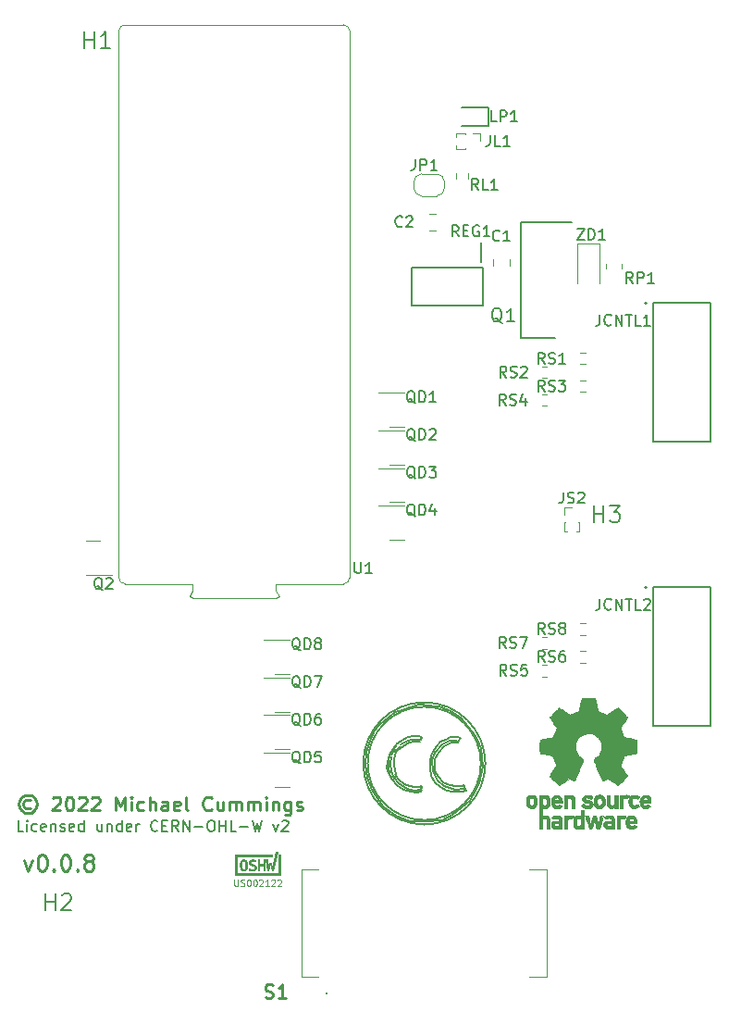
<source format=gbr>
%TF.GenerationSoftware,KiCad,Pcbnew,(6.0.8)*%
%TF.CreationDate,2023-01-02T23:21:26-08:00*%
%TF.ProjectId,picow_ssr_control,7069636f-775f-4737-9372-5f636f6e7472,0.0.8*%
%TF.SameCoordinates,PXfbc520PY6516e80*%
%TF.FileFunction,Legend,Top*%
%TF.FilePolarity,Positive*%
%FSLAX46Y46*%
G04 Gerber Fmt 4.6, Leading zero omitted, Abs format (unit mm)*
G04 Created by KiCad (PCBNEW (6.0.8)) date 2023-01-02 23:21:26*
%MOMM*%
%LPD*%
G01*
G04 APERTURE LIST*
%ADD10C,0.250000*%
%ADD11C,0.150000*%
%ADD12C,0.080000*%
%ADD13C,0.254000*%
%ADD14C,0.200000*%
%ADD15C,0.120000*%
%ADD16C,0.002540*%
%ADD17C,0.100000*%
%ADD18C,0.010000*%
G04 APERTURE END LIST*
D10*
X2472023Y18886905D02*
X2352976Y18946429D01*
X2114880Y18946429D01*
X1995833Y18886905D01*
X1876785Y18767858D01*
X1817261Y18648810D01*
X1817261Y18410715D01*
X1876785Y18291667D01*
X1995833Y18172620D01*
X2114880Y18113096D01*
X2352976Y18113096D01*
X2472023Y18172620D01*
X2233928Y19363096D02*
X1936309Y19303572D01*
X1638690Y19125000D01*
X1460119Y18827381D01*
X1400595Y18529762D01*
X1460119Y18232143D01*
X1638690Y17934524D01*
X1936309Y17755953D01*
X2233928Y17696429D01*
X2531547Y17755953D01*
X2829166Y17934524D01*
X3007738Y18232143D01*
X3067261Y18529762D01*
X3007738Y18827381D01*
X2829166Y19125000D01*
X2531547Y19303572D01*
X2233928Y19363096D01*
X4495833Y19065477D02*
X4555357Y19125000D01*
X4674404Y19184524D01*
X4972023Y19184524D01*
X5091071Y19125000D01*
X5150595Y19065477D01*
X5210119Y18946429D01*
X5210119Y18827381D01*
X5150595Y18648810D01*
X4436309Y17934524D01*
X5210119Y17934524D01*
X5983928Y19184524D02*
X6102976Y19184524D01*
X6222023Y19125000D01*
X6281547Y19065477D01*
X6341071Y18946429D01*
X6400595Y18708334D01*
X6400595Y18410715D01*
X6341071Y18172620D01*
X6281547Y18053572D01*
X6222023Y17994048D01*
X6102976Y17934524D01*
X5983928Y17934524D01*
X5864880Y17994048D01*
X5805357Y18053572D01*
X5745833Y18172620D01*
X5686309Y18410715D01*
X5686309Y18708334D01*
X5745833Y18946429D01*
X5805357Y19065477D01*
X5864880Y19125000D01*
X5983928Y19184524D01*
X6876785Y19065477D02*
X6936309Y19125000D01*
X7055357Y19184524D01*
X7352976Y19184524D01*
X7472023Y19125000D01*
X7531547Y19065477D01*
X7591071Y18946429D01*
X7591071Y18827381D01*
X7531547Y18648810D01*
X6817261Y17934524D01*
X7591071Y17934524D01*
X8067261Y19065477D02*
X8126785Y19125000D01*
X8245833Y19184524D01*
X8543452Y19184524D01*
X8662500Y19125000D01*
X8722023Y19065477D01*
X8781547Y18946429D01*
X8781547Y18827381D01*
X8722023Y18648810D01*
X8007738Y17934524D01*
X8781547Y17934524D01*
X10269642Y17934524D02*
X10269642Y19184524D01*
X10686309Y18291667D01*
X11102976Y19184524D01*
X11102976Y17934524D01*
X11698214Y17934524D02*
X11698214Y18767858D01*
X11698214Y19184524D02*
X11638690Y19125000D01*
X11698214Y19065477D01*
X11757738Y19125000D01*
X11698214Y19184524D01*
X11698214Y19065477D01*
X12829166Y17994048D02*
X12710119Y17934524D01*
X12472023Y17934524D01*
X12352976Y17994048D01*
X12293452Y18053572D01*
X12233928Y18172620D01*
X12233928Y18529762D01*
X12293452Y18648810D01*
X12352976Y18708334D01*
X12472023Y18767858D01*
X12710119Y18767858D01*
X12829166Y18708334D01*
X13364880Y17934524D02*
X13364880Y19184524D01*
X13900595Y17934524D02*
X13900595Y18589286D01*
X13841071Y18708334D01*
X13722023Y18767858D01*
X13543452Y18767858D01*
X13424404Y18708334D01*
X13364880Y18648810D01*
X15031547Y17934524D02*
X15031547Y18589286D01*
X14972023Y18708334D01*
X14852976Y18767858D01*
X14614880Y18767858D01*
X14495833Y18708334D01*
X15031547Y17994048D02*
X14912500Y17934524D01*
X14614880Y17934524D01*
X14495833Y17994048D01*
X14436309Y18113096D01*
X14436309Y18232143D01*
X14495833Y18351191D01*
X14614880Y18410715D01*
X14912500Y18410715D01*
X15031547Y18470239D01*
X16102976Y17994048D02*
X15983928Y17934524D01*
X15745833Y17934524D01*
X15626785Y17994048D01*
X15567261Y18113096D01*
X15567261Y18589286D01*
X15626785Y18708334D01*
X15745833Y18767858D01*
X15983928Y18767858D01*
X16102976Y18708334D01*
X16162500Y18589286D01*
X16162500Y18470239D01*
X15567261Y18351191D01*
X16876785Y17934524D02*
X16757738Y17994048D01*
X16698214Y18113096D01*
X16698214Y19184524D01*
X19019642Y18053572D02*
X18960119Y17994048D01*
X18781547Y17934524D01*
X18662500Y17934524D01*
X18483928Y17994048D01*
X18364880Y18113096D01*
X18305357Y18232143D01*
X18245833Y18470239D01*
X18245833Y18648810D01*
X18305357Y18886905D01*
X18364880Y19005953D01*
X18483928Y19125000D01*
X18662500Y19184524D01*
X18781547Y19184524D01*
X18960119Y19125000D01*
X19019642Y19065477D01*
X20091071Y18767858D02*
X20091071Y17934524D01*
X19555357Y18767858D02*
X19555357Y18113096D01*
X19614880Y17994048D01*
X19733928Y17934524D01*
X19912500Y17934524D01*
X20031547Y17994048D01*
X20091071Y18053572D01*
X20686309Y17934524D02*
X20686309Y18767858D01*
X20686309Y18648810D02*
X20745833Y18708334D01*
X20864880Y18767858D01*
X21043452Y18767858D01*
X21162500Y18708334D01*
X21222023Y18589286D01*
X21222023Y17934524D01*
X21222023Y18589286D02*
X21281547Y18708334D01*
X21400595Y18767858D01*
X21579166Y18767858D01*
X21698214Y18708334D01*
X21757738Y18589286D01*
X21757738Y17934524D01*
X22352976Y17934524D02*
X22352976Y18767858D01*
X22352976Y18648810D02*
X22412500Y18708334D01*
X22531547Y18767858D01*
X22710119Y18767858D01*
X22829166Y18708334D01*
X22888690Y18589286D01*
X22888690Y17934524D01*
X22888690Y18589286D02*
X22948214Y18708334D01*
X23067261Y18767858D01*
X23245833Y18767858D01*
X23364880Y18708334D01*
X23424404Y18589286D01*
X23424404Y17934524D01*
X24019642Y17934524D02*
X24019642Y18767858D01*
X24019642Y19184524D02*
X23960119Y19125000D01*
X24019642Y19065477D01*
X24079166Y19125000D01*
X24019642Y19184524D01*
X24019642Y19065477D01*
X24614880Y18767858D02*
X24614880Y17934524D01*
X24614880Y18648810D02*
X24674404Y18708334D01*
X24793452Y18767858D01*
X24972023Y18767858D01*
X25091071Y18708334D01*
X25150595Y18589286D01*
X25150595Y17934524D01*
X26281547Y18767858D02*
X26281547Y17755953D01*
X26222023Y17636905D01*
X26162500Y17577381D01*
X26043452Y17517858D01*
X25864880Y17517858D01*
X25745833Y17577381D01*
X26281547Y17994048D02*
X26162500Y17934524D01*
X25924404Y17934524D01*
X25805357Y17994048D01*
X25745833Y18053572D01*
X25686309Y18172620D01*
X25686309Y18529762D01*
X25745833Y18648810D01*
X25805357Y18708334D01*
X25924404Y18767858D01*
X26162500Y18767858D01*
X26281547Y18708334D01*
X26817261Y17994048D02*
X26936309Y17934524D01*
X27174404Y17934524D01*
X27293452Y17994048D01*
X27352976Y18113096D01*
X27352976Y18172620D01*
X27293452Y18291667D01*
X27174404Y18351191D01*
X26995833Y18351191D01*
X26876785Y18410715D01*
X26817261Y18529762D01*
X26817261Y18589286D01*
X26876785Y18708334D01*
X26995833Y18767858D01*
X27174404Y18767858D01*
X27293452Y18708334D01*
D11*
X1811785Y16047620D02*
X1335595Y16047620D01*
X1335595Y17047620D01*
X2145119Y16047620D02*
X2145119Y16714286D01*
X2145119Y17047620D02*
X2097500Y17000000D01*
X2145119Y16952381D01*
X2192738Y17000000D01*
X2145119Y17047620D01*
X2145119Y16952381D01*
X3049880Y16095239D02*
X2954642Y16047620D01*
X2764166Y16047620D01*
X2668928Y16095239D01*
X2621309Y16142858D01*
X2573690Y16238096D01*
X2573690Y16523810D01*
X2621309Y16619048D01*
X2668928Y16666667D01*
X2764166Y16714286D01*
X2954642Y16714286D01*
X3049880Y16666667D01*
X3859404Y16095239D02*
X3764166Y16047620D01*
X3573690Y16047620D01*
X3478452Y16095239D01*
X3430833Y16190477D01*
X3430833Y16571429D01*
X3478452Y16666667D01*
X3573690Y16714286D01*
X3764166Y16714286D01*
X3859404Y16666667D01*
X3907023Y16571429D01*
X3907023Y16476191D01*
X3430833Y16380953D01*
X4335595Y16714286D02*
X4335595Y16047620D01*
X4335595Y16619048D02*
X4383214Y16666667D01*
X4478452Y16714286D01*
X4621309Y16714286D01*
X4716547Y16666667D01*
X4764166Y16571429D01*
X4764166Y16047620D01*
X5192738Y16095239D02*
X5287976Y16047620D01*
X5478452Y16047620D01*
X5573690Y16095239D01*
X5621309Y16190477D01*
X5621309Y16238096D01*
X5573690Y16333334D01*
X5478452Y16380953D01*
X5335595Y16380953D01*
X5240357Y16428572D01*
X5192738Y16523810D01*
X5192738Y16571429D01*
X5240357Y16666667D01*
X5335595Y16714286D01*
X5478452Y16714286D01*
X5573690Y16666667D01*
X6430833Y16095239D02*
X6335595Y16047620D01*
X6145119Y16047620D01*
X6049880Y16095239D01*
X6002261Y16190477D01*
X6002261Y16571429D01*
X6049880Y16666667D01*
X6145119Y16714286D01*
X6335595Y16714286D01*
X6430833Y16666667D01*
X6478452Y16571429D01*
X6478452Y16476191D01*
X6002261Y16380953D01*
X7335595Y16047620D02*
X7335595Y17047620D01*
X7335595Y16095239D02*
X7240357Y16047620D01*
X7049880Y16047620D01*
X6954642Y16095239D01*
X6907023Y16142858D01*
X6859404Y16238096D01*
X6859404Y16523810D01*
X6907023Y16619048D01*
X6954642Y16666667D01*
X7049880Y16714286D01*
X7240357Y16714286D01*
X7335595Y16666667D01*
X9002261Y16714286D02*
X9002261Y16047620D01*
X8573690Y16714286D02*
X8573690Y16190477D01*
X8621309Y16095239D01*
X8716547Y16047620D01*
X8859404Y16047620D01*
X8954642Y16095239D01*
X9002261Y16142858D01*
X9478452Y16714286D02*
X9478452Y16047620D01*
X9478452Y16619048D02*
X9526071Y16666667D01*
X9621309Y16714286D01*
X9764166Y16714286D01*
X9859404Y16666667D01*
X9907023Y16571429D01*
X9907023Y16047620D01*
X10811785Y16047620D02*
X10811785Y17047620D01*
X10811785Y16095239D02*
X10716547Y16047620D01*
X10526071Y16047620D01*
X10430833Y16095239D01*
X10383214Y16142858D01*
X10335595Y16238096D01*
X10335595Y16523810D01*
X10383214Y16619048D01*
X10430833Y16666667D01*
X10526071Y16714286D01*
X10716547Y16714286D01*
X10811785Y16666667D01*
X11668928Y16095239D02*
X11573690Y16047620D01*
X11383214Y16047620D01*
X11287976Y16095239D01*
X11240357Y16190477D01*
X11240357Y16571429D01*
X11287976Y16666667D01*
X11383214Y16714286D01*
X11573690Y16714286D01*
X11668928Y16666667D01*
X11716547Y16571429D01*
X11716547Y16476191D01*
X11240357Y16380953D01*
X12145119Y16047620D02*
X12145119Y16714286D01*
X12145119Y16523810D02*
X12192738Y16619048D01*
X12240357Y16666667D01*
X12335595Y16714286D01*
X12430833Y16714286D01*
X14097500Y16142858D02*
X14049880Y16095239D01*
X13907023Y16047620D01*
X13811785Y16047620D01*
X13668928Y16095239D01*
X13573690Y16190477D01*
X13526071Y16285715D01*
X13478452Y16476191D01*
X13478452Y16619048D01*
X13526071Y16809524D01*
X13573690Y16904762D01*
X13668928Y17000000D01*
X13811785Y17047620D01*
X13907023Y17047620D01*
X14049880Y17000000D01*
X14097500Y16952381D01*
X14526071Y16571429D02*
X14859404Y16571429D01*
X15002261Y16047620D02*
X14526071Y16047620D01*
X14526071Y17047620D01*
X15002261Y17047620D01*
X16002261Y16047620D02*
X15668928Y16523810D01*
X15430833Y16047620D02*
X15430833Y17047620D01*
X15811785Y17047620D01*
X15907023Y17000000D01*
X15954642Y16952381D01*
X16002261Y16857143D01*
X16002261Y16714286D01*
X15954642Y16619048D01*
X15907023Y16571429D01*
X15811785Y16523810D01*
X15430833Y16523810D01*
X16430833Y16047620D02*
X16430833Y17047620D01*
X17002261Y16047620D01*
X17002261Y17047620D01*
X17478452Y16428572D02*
X18240357Y16428572D01*
X18907023Y17047620D02*
X19097500Y17047620D01*
X19192738Y17000000D01*
X19287976Y16904762D01*
X19335595Y16714286D01*
X19335595Y16380953D01*
X19287976Y16190477D01*
X19192738Y16095239D01*
X19097500Y16047620D01*
X18907023Y16047620D01*
X18811785Y16095239D01*
X18716547Y16190477D01*
X18668928Y16380953D01*
X18668928Y16714286D01*
X18716547Y16904762D01*
X18811785Y17000000D01*
X18907023Y17047620D01*
X19764166Y16047620D02*
X19764166Y17047620D01*
X19764166Y16571429D02*
X20335595Y16571429D01*
X20335595Y16047620D02*
X20335595Y17047620D01*
X21287976Y16047620D02*
X20811785Y16047620D01*
X20811785Y17047620D01*
X21621309Y16428572D02*
X22383214Y16428572D01*
X22764166Y17047620D02*
X23002261Y16047620D01*
X23192738Y16761905D01*
X23383214Y16047620D01*
X23621309Y17047620D01*
X24668928Y16714286D02*
X24907023Y16047620D01*
X25145119Y16714286D01*
X25478452Y16952381D02*
X25526071Y17000000D01*
X25621309Y17047620D01*
X25859404Y17047620D01*
X25954642Y17000000D01*
X26002261Y16952381D01*
X26049880Y16857143D01*
X26049880Y16761905D01*
X26002261Y16619048D01*
X25430833Y16047620D01*
X26049880Y16047620D01*
D10*
X1885714Y13421429D02*
X2242857Y12421429D01*
X2600000Y13421429D01*
X3457142Y13921429D02*
X3600000Y13921429D01*
X3742857Y13850000D01*
X3814285Y13778572D01*
X3885714Y13635715D01*
X3957142Y13350000D01*
X3957142Y12992858D01*
X3885714Y12707143D01*
X3814285Y12564286D01*
X3742857Y12492858D01*
X3600000Y12421429D01*
X3457142Y12421429D01*
X3314285Y12492858D01*
X3242857Y12564286D01*
X3171428Y12707143D01*
X3100000Y12992858D01*
X3100000Y13350000D01*
X3171428Y13635715D01*
X3242857Y13778572D01*
X3314285Y13850000D01*
X3457142Y13921429D01*
X4600000Y12564286D02*
X4671428Y12492858D01*
X4600000Y12421429D01*
X4528571Y12492858D01*
X4600000Y12564286D01*
X4600000Y12421429D01*
X5600000Y13921429D02*
X5742857Y13921429D01*
X5885714Y13850000D01*
X5957142Y13778572D01*
X6028571Y13635715D01*
X6100000Y13350000D01*
X6100000Y12992858D01*
X6028571Y12707143D01*
X5957142Y12564286D01*
X5885714Y12492858D01*
X5742857Y12421429D01*
X5600000Y12421429D01*
X5457142Y12492858D01*
X5385714Y12564286D01*
X5314285Y12707143D01*
X5242857Y12992858D01*
X5242857Y13350000D01*
X5314285Y13635715D01*
X5385714Y13778572D01*
X5457142Y13850000D01*
X5600000Y13921429D01*
X6742857Y12564286D02*
X6814285Y12492858D01*
X6742857Y12421429D01*
X6671428Y12492858D01*
X6742857Y12564286D01*
X6742857Y12421429D01*
X7671428Y13278572D02*
X7528571Y13350000D01*
X7457142Y13421429D01*
X7385714Y13564286D01*
X7385714Y13635715D01*
X7457142Y13778572D01*
X7528571Y13850000D01*
X7671428Y13921429D01*
X7957142Y13921429D01*
X8100000Y13850000D01*
X8171428Y13778572D01*
X8242857Y13635715D01*
X8242857Y13564286D01*
X8171428Y13421429D01*
X8100000Y13350000D01*
X7957142Y13278572D01*
X7671428Y13278572D01*
X7528571Y13207143D01*
X7457142Y13135715D01*
X7385714Y12992858D01*
X7385714Y12707143D01*
X7457142Y12564286D01*
X7528571Y12492858D01*
X7671428Y12421429D01*
X7957142Y12421429D01*
X8100000Y12492858D01*
X8171428Y12564286D01*
X8242857Y12707143D01*
X8242857Y12992858D01*
X8171428Y13135715D01*
X8100000Y13207143D01*
X7957142Y13278572D01*
D11*
%TO.C,REG1*%
X41630952Y70447620D02*
X41297619Y70923810D01*
X41059523Y70447620D02*
X41059523Y71447620D01*
X41440476Y71447620D01*
X41535714Y71400000D01*
X41583333Y71352381D01*
X41630952Y71257143D01*
X41630952Y71114286D01*
X41583333Y71019048D01*
X41535714Y70971429D01*
X41440476Y70923810D01*
X41059523Y70923810D01*
X42059523Y70971429D02*
X42392857Y70971429D01*
X42535714Y70447620D02*
X42059523Y70447620D01*
X42059523Y71447620D01*
X42535714Y71447620D01*
X43488095Y71400000D02*
X43392857Y71447620D01*
X43250000Y71447620D01*
X43107142Y71400000D01*
X43011904Y71304762D01*
X42964285Y71209524D01*
X42916666Y71019048D01*
X42916666Y70876191D01*
X42964285Y70685715D01*
X43011904Y70590477D01*
X43107142Y70495239D01*
X43250000Y70447620D01*
X43345238Y70447620D01*
X43488095Y70495239D01*
X43535714Y70542858D01*
X43535714Y70876191D01*
X43345238Y70876191D01*
X44488095Y70447620D02*
X43916666Y70447620D01*
X44202380Y70447620D02*
X44202380Y71447620D01*
X44107142Y71304762D01*
X44011904Y71209524D01*
X43916666Y71161905D01*
%TO.C,JS2*%
X51190476Y47047620D02*
X51190476Y46333334D01*
X51142857Y46190477D01*
X51047619Y46095239D01*
X50904761Y46047620D01*
X50809523Y46047620D01*
X51619047Y46095239D02*
X51761904Y46047620D01*
X52000000Y46047620D01*
X52095238Y46095239D01*
X52142857Y46142858D01*
X52190476Y46238096D01*
X52190476Y46333334D01*
X52142857Y46428572D01*
X52095238Y46476191D01*
X52000000Y46523810D01*
X51809523Y46571429D01*
X51714285Y46619048D01*
X51666666Y46666667D01*
X51619047Y46761905D01*
X51619047Y46857143D01*
X51666666Y46952381D01*
X51714285Y47000000D01*
X51809523Y47047620D01*
X52047619Y47047620D01*
X52190476Y47000000D01*
X52571428Y46952381D02*
X52619047Y47000000D01*
X52714285Y47047620D01*
X52952380Y47047620D01*
X53047619Y47000000D01*
X53095238Y46952381D01*
X53142857Y46857143D01*
X53142857Y46761905D01*
X53095238Y46619048D01*
X52523809Y46047620D01*
X53142857Y46047620D01*
%TO.C,RS4*%
X45957142Y55007620D02*
X45623809Y55483810D01*
X45385714Y55007620D02*
X45385714Y56007620D01*
X45766666Y56007620D01*
X45861904Y55960000D01*
X45909523Y55912381D01*
X45957142Y55817143D01*
X45957142Y55674286D01*
X45909523Y55579048D01*
X45861904Y55531429D01*
X45766666Y55483810D01*
X45385714Y55483810D01*
X46338095Y55055239D02*
X46480952Y55007620D01*
X46719047Y55007620D01*
X46814285Y55055239D01*
X46861904Y55102858D01*
X46909523Y55198096D01*
X46909523Y55293334D01*
X46861904Y55388572D01*
X46814285Y55436191D01*
X46719047Y55483810D01*
X46528571Y55531429D01*
X46433333Y55579048D01*
X46385714Y55626667D01*
X46338095Y55721905D01*
X46338095Y55817143D01*
X46385714Y55912381D01*
X46433333Y55960000D01*
X46528571Y56007620D01*
X46766666Y56007620D01*
X46909523Y55960000D01*
X47766666Y55674286D02*
X47766666Y55007620D01*
X47528571Y56055239D02*
X47290476Y55340953D01*
X47909523Y55340953D01*
%TO.C,RS7*%
X45957142Y32817620D02*
X45623809Y33293810D01*
X45385714Y32817620D02*
X45385714Y33817620D01*
X45766666Y33817620D01*
X45861904Y33770000D01*
X45909523Y33722381D01*
X45957142Y33627143D01*
X45957142Y33484286D01*
X45909523Y33389048D01*
X45861904Y33341429D01*
X45766666Y33293810D01*
X45385714Y33293810D01*
X46338095Y32865239D02*
X46480952Y32817620D01*
X46719047Y32817620D01*
X46814285Y32865239D01*
X46861904Y32912858D01*
X46909523Y33008096D01*
X46909523Y33103334D01*
X46861904Y33198572D01*
X46814285Y33246191D01*
X46719047Y33293810D01*
X46528571Y33341429D01*
X46433333Y33389048D01*
X46385714Y33436667D01*
X46338095Y33531905D01*
X46338095Y33627143D01*
X46385714Y33722381D01*
X46433333Y33770000D01*
X46528571Y33817620D01*
X46766666Y33817620D01*
X46909523Y33770000D01*
X47242857Y33817620D02*
X47909523Y33817620D01*
X47480952Y32817620D01*
%TO.C,QD8*%
X27154761Y32602381D02*
X27059523Y32650000D01*
X26964285Y32745239D01*
X26821428Y32888096D01*
X26726190Y32935715D01*
X26630952Y32935715D01*
X26678571Y32697620D02*
X26583333Y32745239D01*
X26488095Y32840477D01*
X26440476Y33030953D01*
X26440476Y33364286D01*
X26488095Y33554762D01*
X26583333Y33650000D01*
X26678571Y33697620D01*
X26869047Y33697620D01*
X26964285Y33650000D01*
X27059523Y33554762D01*
X27107142Y33364286D01*
X27107142Y33030953D01*
X27059523Y32840477D01*
X26964285Y32745239D01*
X26869047Y32697620D01*
X26678571Y32697620D01*
X27535714Y32697620D02*
X27535714Y33697620D01*
X27773809Y33697620D01*
X27916666Y33650000D01*
X28011904Y33554762D01*
X28059523Y33459524D01*
X28107142Y33269048D01*
X28107142Y33126191D01*
X28059523Y32935715D01*
X28011904Y32840477D01*
X27916666Y32745239D01*
X27773809Y32697620D01*
X27535714Y32697620D01*
X28678571Y33269048D02*
X28583333Y33316667D01*
X28535714Y33364286D01*
X28488095Y33459524D01*
X28488095Y33507143D01*
X28535714Y33602381D01*
X28583333Y33650000D01*
X28678571Y33697620D01*
X28869047Y33697620D01*
X28964285Y33650000D01*
X29011904Y33602381D01*
X29059523Y33507143D01*
X29059523Y33459524D01*
X29011904Y33364286D01*
X28964285Y33316667D01*
X28869047Y33269048D01*
X28678571Y33269048D01*
X28583333Y33221429D01*
X28535714Y33173810D01*
X28488095Y33078572D01*
X28488095Y32888096D01*
X28535714Y32792858D01*
X28583333Y32745239D01*
X28678571Y32697620D01*
X28869047Y32697620D01*
X28964285Y32745239D01*
X29011904Y32792858D01*
X29059523Y32888096D01*
X29059523Y33078572D01*
X29011904Y33173810D01*
X28964285Y33221429D01*
X28869047Y33269048D01*
%TO.C,JCNTL2*%
X54557142Y37297620D02*
X54557142Y36583334D01*
X54509523Y36440477D01*
X54414285Y36345239D01*
X54271428Y36297620D01*
X54176190Y36297620D01*
X55604761Y36392858D02*
X55557142Y36345239D01*
X55414285Y36297620D01*
X55319047Y36297620D01*
X55176190Y36345239D01*
X55080952Y36440477D01*
X55033333Y36535715D01*
X54985714Y36726191D01*
X54985714Y36869048D01*
X55033333Y37059524D01*
X55080952Y37154762D01*
X55176190Y37250000D01*
X55319047Y37297620D01*
X55414285Y37297620D01*
X55557142Y37250000D01*
X55604761Y37202381D01*
X56033333Y36297620D02*
X56033333Y37297620D01*
X56604761Y36297620D01*
X56604761Y37297620D01*
X56938095Y37297620D02*
X57509523Y37297620D01*
X57223809Y36297620D02*
X57223809Y37297620D01*
X58319047Y36297620D02*
X57842857Y36297620D01*
X57842857Y37297620D01*
X58604761Y37202381D02*
X58652380Y37250000D01*
X58747619Y37297620D01*
X58985714Y37297620D01*
X59080952Y37250000D01*
X59128571Y37202381D01*
X59176190Y37107143D01*
X59176190Y37011905D01*
X59128571Y36869048D01*
X58557142Y36297620D01*
X59176190Y36297620D01*
%TO.C,RS1*%
X49507142Y58797620D02*
X49173809Y59273810D01*
X48935714Y58797620D02*
X48935714Y59797620D01*
X49316666Y59797620D01*
X49411904Y59750000D01*
X49459523Y59702381D01*
X49507142Y59607143D01*
X49507142Y59464286D01*
X49459523Y59369048D01*
X49411904Y59321429D01*
X49316666Y59273810D01*
X48935714Y59273810D01*
X49888095Y58845239D02*
X50030952Y58797620D01*
X50269047Y58797620D01*
X50364285Y58845239D01*
X50411904Y58892858D01*
X50459523Y58988096D01*
X50459523Y59083334D01*
X50411904Y59178572D01*
X50364285Y59226191D01*
X50269047Y59273810D01*
X50078571Y59321429D01*
X49983333Y59369048D01*
X49935714Y59416667D01*
X49888095Y59511905D01*
X49888095Y59607143D01*
X49935714Y59702381D01*
X49983333Y59750000D01*
X50078571Y59797620D01*
X50316666Y59797620D01*
X50459523Y59750000D01*
X51411904Y58797620D02*
X50840476Y58797620D01*
X51126190Y58797620D02*
X51126190Y59797620D01*
X51030952Y59654762D01*
X50935714Y59559524D01*
X50840476Y59511905D01*
D12*
%TO.C,OSHW_Mono_0.1_Scale*%
X21114761Y11623096D02*
X21114761Y11145477D01*
X21142857Y11089286D01*
X21170952Y11061191D01*
X21227142Y11033096D01*
X21339523Y11033096D01*
X21395714Y11061191D01*
X21423809Y11089286D01*
X21451904Y11145477D01*
X21451904Y11623096D01*
X21704761Y11061191D02*
X21789047Y11033096D01*
X21929523Y11033096D01*
X21985714Y11061191D01*
X22013809Y11089286D01*
X22041904Y11145477D01*
X22041904Y11201667D01*
X22013809Y11257858D01*
X21985714Y11285953D01*
X21929523Y11314048D01*
X21817142Y11342143D01*
X21760952Y11370239D01*
X21732857Y11398334D01*
X21704761Y11454524D01*
X21704761Y11510715D01*
X21732857Y11566905D01*
X21760952Y11595000D01*
X21817142Y11623096D01*
X21957619Y11623096D01*
X22041904Y11595000D01*
X22407142Y11623096D02*
X22463333Y11623096D01*
X22519523Y11595000D01*
X22547619Y11566905D01*
X22575714Y11510715D01*
X22603809Y11398334D01*
X22603809Y11257858D01*
X22575714Y11145477D01*
X22547619Y11089286D01*
X22519523Y11061191D01*
X22463333Y11033096D01*
X22407142Y11033096D01*
X22350952Y11061191D01*
X22322857Y11089286D01*
X22294761Y11145477D01*
X22266666Y11257858D01*
X22266666Y11398334D01*
X22294761Y11510715D01*
X22322857Y11566905D01*
X22350952Y11595000D01*
X22407142Y11623096D01*
X22969047Y11623096D02*
X23025238Y11623096D01*
X23081428Y11595000D01*
X23109523Y11566905D01*
X23137619Y11510715D01*
X23165714Y11398334D01*
X23165714Y11257858D01*
X23137619Y11145477D01*
X23109523Y11089286D01*
X23081428Y11061191D01*
X23025238Y11033096D01*
X22969047Y11033096D01*
X22912857Y11061191D01*
X22884761Y11089286D01*
X22856666Y11145477D01*
X22828571Y11257858D01*
X22828571Y11398334D01*
X22856666Y11510715D01*
X22884761Y11566905D01*
X22912857Y11595000D01*
X22969047Y11623096D01*
X23390476Y11566905D02*
X23418571Y11595000D01*
X23474761Y11623096D01*
X23615238Y11623096D01*
X23671428Y11595000D01*
X23699523Y11566905D01*
X23727619Y11510715D01*
X23727619Y11454524D01*
X23699523Y11370239D01*
X23362380Y11033096D01*
X23727619Y11033096D01*
X24289523Y11033096D02*
X23952380Y11033096D01*
X24120952Y11033096D02*
X24120952Y11623096D01*
X24064761Y11538810D01*
X24008571Y11482620D01*
X23952380Y11454524D01*
X24514285Y11566905D02*
X24542380Y11595000D01*
X24598571Y11623096D01*
X24739047Y11623096D01*
X24795238Y11595000D01*
X24823333Y11566905D01*
X24851428Y11510715D01*
X24851428Y11454524D01*
X24823333Y11370239D01*
X24486190Y11033096D01*
X24851428Y11033096D01*
X25076190Y11566905D02*
X25104285Y11595000D01*
X25160476Y11623096D01*
X25300952Y11623096D01*
X25357142Y11595000D01*
X25385238Y11566905D01*
X25413333Y11510715D01*
X25413333Y11454524D01*
X25385238Y11370239D01*
X25048095Y11033096D01*
X25413333Y11033096D01*
D11*
%TO.C,Q2*%
X9054761Y38102381D02*
X8959523Y38150000D01*
X8864285Y38245239D01*
X8721428Y38388096D01*
X8626190Y38435715D01*
X8530952Y38435715D01*
X8578571Y38197620D02*
X8483333Y38245239D01*
X8388095Y38340477D01*
X8340476Y38530953D01*
X8340476Y38864286D01*
X8388095Y39054762D01*
X8483333Y39150000D01*
X8578571Y39197620D01*
X8769047Y39197620D01*
X8864285Y39150000D01*
X8959523Y39054762D01*
X9007142Y38864286D01*
X9007142Y38530953D01*
X8959523Y38340477D01*
X8864285Y38245239D01*
X8769047Y38197620D01*
X8578571Y38197620D01*
X9388095Y39102381D02*
X9435714Y39150000D01*
X9530952Y39197620D01*
X9769047Y39197620D01*
X9864285Y39150000D01*
X9911904Y39102381D01*
X9959523Y39007143D01*
X9959523Y38911905D01*
X9911904Y38769048D01*
X9340476Y38197620D01*
X9959523Y38197620D01*
%TO.C,RS5*%
X46007142Y30277620D02*
X45673809Y30753810D01*
X45435714Y30277620D02*
X45435714Y31277620D01*
X45816666Y31277620D01*
X45911904Y31230000D01*
X45959523Y31182381D01*
X46007142Y31087143D01*
X46007142Y30944286D01*
X45959523Y30849048D01*
X45911904Y30801429D01*
X45816666Y30753810D01*
X45435714Y30753810D01*
X46388095Y30325239D02*
X46530952Y30277620D01*
X46769047Y30277620D01*
X46864285Y30325239D01*
X46911904Y30372858D01*
X46959523Y30468096D01*
X46959523Y30563334D01*
X46911904Y30658572D01*
X46864285Y30706191D01*
X46769047Y30753810D01*
X46578571Y30801429D01*
X46483333Y30849048D01*
X46435714Y30896667D01*
X46388095Y30991905D01*
X46388095Y31087143D01*
X46435714Y31182381D01*
X46483333Y31230000D01*
X46578571Y31277620D01*
X46816666Y31277620D01*
X46959523Y31230000D01*
X47864285Y31277620D02*
X47388095Y31277620D01*
X47340476Y30801429D01*
X47388095Y30849048D01*
X47483333Y30896667D01*
X47721428Y30896667D01*
X47816666Y30849048D01*
X47864285Y30801429D01*
X47911904Y30706191D01*
X47911904Y30468096D01*
X47864285Y30372858D01*
X47816666Y30325239D01*
X47721428Y30277620D01*
X47483333Y30277620D01*
X47388095Y30325239D01*
X47340476Y30372858D01*
%TO.C,RS2*%
X46007142Y57547620D02*
X45673809Y58023810D01*
X45435714Y57547620D02*
X45435714Y58547620D01*
X45816666Y58547620D01*
X45911904Y58500000D01*
X45959523Y58452381D01*
X46007142Y58357143D01*
X46007142Y58214286D01*
X45959523Y58119048D01*
X45911904Y58071429D01*
X45816666Y58023810D01*
X45435714Y58023810D01*
X46388095Y57595239D02*
X46530952Y57547620D01*
X46769047Y57547620D01*
X46864285Y57595239D01*
X46911904Y57642858D01*
X46959523Y57738096D01*
X46959523Y57833334D01*
X46911904Y57928572D01*
X46864285Y57976191D01*
X46769047Y58023810D01*
X46578571Y58071429D01*
X46483333Y58119048D01*
X46435714Y58166667D01*
X46388095Y58261905D01*
X46388095Y58357143D01*
X46435714Y58452381D01*
X46483333Y58500000D01*
X46578571Y58547620D01*
X46816666Y58547620D01*
X46959523Y58500000D01*
X47340476Y58452381D02*
X47388095Y58500000D01*
X47483333Y58547620D01*
X47721428Y58547620D01*
X47816666Y58500000D01*
X47864285Y58452381D01*
X47911904Y58357143D01*
X47911904Y58261905D01*
X47864285Y58119048D01*
X47292857Y57547620D01*
X47911904Y57547620D01*
%TO.C,C2*%
X36483333Y71392858D02*
X36435714Y71345239D01*
X36292857Y71297620D01*
X36197619Y71297620D01*
X36054761Y71345239D01*
X35959523Y71440477D01*
X35911904Y71535715D01*
X35864285Y71726191D01*
X35864285Y71869048D01*
X35911904Y72059524D01*
X35959523Y72154762D01*
X36054761Y72250000D01*
X36197619Y72297620D01*
X36292857Y72297620D01*
X36435714Y72250000D01*
X36483333Y72202381D01*
X36864285Y72202381D02*
X36911904Y72250000D01*
X37007142Y72297620D01*
X37245238Y72297620D01*
X37340476Y72250000D01*
X37388095Y72202381D01*
X37435714Y72107143D01*
X37435714Y72011905D01*
X37388095Y71869048D01*
X36816666Y71297620D01*
X37435714Y71297620D01*
D13*
%TO.C,S1*%
X23932380Y835953D02*
X24113809Y775477D01*
X24416190Y775477D01*
X24537142Y835953D01*
X24597619Y896429D01*
X24658095Y1017381D01*
X24658095Y1138334D01*
X24597619Y1259286D01*
X24537142Y1319762D01*
X24416190Y1380239D01*
X24174285Y1440715D01*
X24053333Y1501191D01*
X23992857Y1561667D01*
X23932380Y1682620D01*
X23932380Y1803572D01*
X23992857Y1924524D01*
X24053333Y1985000D01*
X24174285Y2045477D01*
X24476666Y2045477D01*
X24658095Y1985000D01*
X25867619Y775477D02*
X25141904Y775477D01*
X25504761Y775477D02*
X25504761Y2045477D01*
X25383809Y1864048D01*
X25262857Y1743096D01*
X25141904Y1682620D01*
D11*
%TO.C,RL1*%
X43428571Y74697620D02*
X43095238Y75173810D01*
X42857142Y74697620D02*
X42857142Y75697620D01*
X43238095Y75697620D01*
X43333333Y75650000D01*
X43380952Y75602381D01*
X43428571Y75507143D01*
X43428571Y75364286D01*
X43380952Y75269048D01*
X43333333Y75221429D01*
X43238095Y75173810D01*
X42857142Y75173810D01*
X44333333Y74697620D02*
X43857142Y74697620D01*
X43857142Y75697620D01*
X45190476Y74697620D02*
X44619047Y74697620D01*
X44904761Y74697620D02*
X44904761Y75697620D01*
X44809523Y75554762D01*
X44714285Y75459524D01*
X44619047Y75411905D01*
%TO.C,RP1*%
X57583333Y66157620D02*
X57250000Y66633810D01*
X57011904Y66157620D02*
X57011904Y67157620D01*
X57392857Y67157620D01*
X57488095Y67110000D01*
X57535714Y67062381D01*
X57583333Y66967143D01*
X57583333Y66824286D01*
X57535714Y66729048D01*
X57488095Y66681429D01*
X57392857Y66633810D01*
X57011904Y66633810D01*
X58011904Y66157620D02*
X58011904Y67157620D01*
X58392857Y67157620D01*
X58488095Y67110000D01*
X58535714Y67062381D01*
X58583333Y66967143D01*
X58583333Y66824286D01*
X58535714Y66729048D01*
X58488095Y66681429D01*
X58392857Y66633810D01*
X58011904Y66633810D01*
X59535714Y66157620D02*
X58964285Y66157620D01*
X59250000Y66157620D02*
X59250000Y67157620D01*
X59154761Y67014762D01*
X59059523Y66919524D01*
X58964285Y66871905D01*
%TO.C,H2*%
X3857142Y8821429D02*
X3857142Y10321429D01*
X3857142Y9607143D02*
X4714285Y9607143D01*
X4714285Y8821429D02*
X4714285Y10321429D01*
X5357142Y10178572D02*
X5428571Y10250000D01*
X5571428Y10321429D01*
X5928571Y10321429D01*
X6071428Y10250000D01*
X6142857Y10178572D01*
X6214285Y10035715D01*
X6214285Y9892858D01*
X6142857Y9678572D01*
X5285714Y8821429D01*
X6214285Y8821429D01*
%TO.C,H1*%
X7407142Y87671429D02*
X7407142Y89171429D01*
X7407142Y88457143D02*
X8264285Y88457143D01*
X8264285Y87671429D02*
X8264285Y89171429D01*
X9764285Y87671429D02*
X8907142Y87671429D01*
X9335714Y87671429D02*
X9335714Y89171429D01*
X9192857Y88957143D01*
X9050000Y88814286D01*
X8907142Y88742858D01*
%TO.C,RS6*%
X49507142Y31547620D02*
X49173809Y32023810D01*
X48935714Y31547620D02*
X48935714Y32547620D01*
X49316666Y32547620D01*
X49411904Y32500000D01*
X49459523Y32452381D01*
X49507142Y32357143D01*
X49507142Y32214286D01*
X49459523Y32119048D01*
X49411904Y32071429D01*
X49316666Y32023810D01*
X48935714Y32023810D01*
X49888095Y31595239D02*
X50030952Y31547620D01*
X50269047Y31547620D01*
X50364285Y31595239D01*
X50411904Y31642858D01*
X50459523Y31738096D01*
X50459523Y31833334D01*
X50411904Y31928572D01*
X50364285Y31976191D01*
X50269047Y32023810D01*
X50078571Y32071429D01*
X49983333Y32119048D01*
X49935714Y32166667D01*
X49888095Y32261905D01*
X49888095Y32357143D01*
X49935714Y32452381D01*
X49983333Y32500000D01*
X50078571Y32547620D01*
X50316666Y32547620D01*
X50459523Y32500000D01*
X51316666Y32547620D02*
X51126190Y32547620D01*
X51030952Y32500000D01*
X50983333Y32452381D01*
X50888095Y32309524D01*
X50840476Y32119048D01*
X50840476Y31738096D01*
X50888095Y31642858D01*
X50935714Y31595239D01*
X51030952Y31547620D01*
X51221428Y31547620D01*
X51316666Y31595239D01*
X51364285Y31642858D01*
X51411904Y31738096D01*
X51411904Y31976191D01*
X51364285Y32071429D01*
X51316666Y32119048D01*
X51221428Y32166667D01*
X51030952Y32166667D01*
X50935714Y32119048D01*
X50888095Y32071429D01*
X50840476Y31976191D01*
%TO.C,QD2*%
X37654761Y51752381D02*
X37559523Y51800000D01*
X37464285Y51895239D01*
X37321428Y52038096D01*
X37226190Y52085715D01*
X37130952Y52085715D01*
X37178571Y51847620D02*
X37083333Y51895239D01*
X36988095Y51990477D01*
X36940476Y52180953D01*
X36940476Y52514286D01*
X36988095Y52704762D01*
X37083333Y52800000D01*
X37178571Y52847620D01*
X37369047Y52847620D01*
X37464285Y52800000D01*
X37559523Y52704762D01*
X37607142Y52514286D01*
X37607142Y52180953D01*
X37559523Y51990477D01*
X37464285Y51895239D01*
X37369047Y51847620D01*
X37178571Y51847620D01*
X38035714Y51847620D02*
X38035714Y52847620D01*
X38273809Y52847620D01*
X38416666Y52800000D01*
X38511904Y52704762D01*
X38559523Y52609524D01*
X38607142Y52419048D01*
X38607142Y52276191D01*
X38559523Y52085715D01*
X38511904Y51990477D01*
X38416666Y51895239D01*
X38273809Y51847620D01*
X38035714Y51847620D01*
X38988095Y52752381D02*
X39035714Y52800000D01*
X39130952Y52847620D01*
X39369047Y52847620D01*
X39464285Y52800000D01*
X39511904Y52752381D01*
X39559523Y52657143D01*
X39559523Y52561905D01*
X39511904Y52419048D01*
X38940476Y51847620D01*
X39559523Y51847620D01*
%TO.C,QD1*%
X37654761Y55202381D02*
X37559523Y55250000D01*
X37464285Y55345239D01*
X37321428Y55488096D01*
X37226190Y55535715D01*
X37130952Y55535715D01*
X37178571Y55297620D02*
X37083333Y55345239D01*
X36988095Y55440477D01*
X36940476Y55630953D01*
X36940476Y55964286D01*
X36988095Y56154762D01*
X37083333Y56250000D01*
X37178571Y56297620D01*
X37369047Y56297620D01*
X37464285Y56250000D01*
X37559523Y56154762D01*
X37607142Y55964286D01*
X37607142Y55630953D01*
X37559523Y55440477D01*
X37464285Y55345239D01*
X37369047Y55297620D01*
X37178571Y55297620D01*
X38035714Y55297620D02*
X38035714Y56297620D01*
X38273809Y56297620D01*
X38416666Y56250000D01*
X38511904Y56154762D01*
X38559523Y56059524D01*
X38607142Y55869048D01*
X38607142Y55726191D01*
X38559523Y55535715D01*
X38511904Y55440477D01*
X38416666Y55345239D01*
X38273809Y55297620D01*
X38035714Y55297620D01*
X39559523Y55297620D02*
X38988095Y55297620D01*
X39273809Y55297620D02*
X39273809Y56297620D01*
X39178571Y56154762D01*
X39083333Y56059524D01*
X38988095Y56011905D01*
%TO.C,C1*%
X45383333Y70102858D02*
X45335714Y70055239D01*
X45192857Y70007620D01*
X45097619Y70007620D01*
X44954761Y70055239D01*
X44859523Y70150477D01*
X44811904Y70245715D01*
X44764285Y70436191D01*
X44764285Y70579048D01*
X44811904Y70769524D01*
X44859523Y70864762D01*
X44954761Y70960000D01*
X45097619Y71007620D01*
X45192857Y71007620D01*
X45335714Y70960000D01*
X45383333Y70912381D01*
X46335714Y70007620D02*
X45764285Y70007620D01*
X46050000Y70007620D02*
X46050000Y71007620D01*
X45954761Y70864762D01*
X45859523Y70769524D01*
X45764285Y70721905D01*
%TO.C,JL1*%
X44511904Y79697620D02*
X44511904Y78983334D01*
X44464285Y78840477D01*
X44369047Y78745239D01*
X44226190Y78697620D01*
X44130952Y78697620D01*
X45464285Y78697620D02*
X44988095Y78697620D01*
X44988095Y79697620D01*
X46321428Y78697620D02*
X45750000Y78697620D01*
X46035714Y78697620D02*
X46035714Y79697620D01*
X45940476Y79554762D01*
X45845238Y79459524D01*
X45750000Y79411905D01*
%TO.C,QD6*%
X27154761Y25702381D02*
X27059523Y25750000D01*
X26964285Y25845239D01*
X26821428Y25988096D01*
X26726190Y26035715D01*
X26630952Y26035715D01*
X26678571Y25797620D02*
X26583333Y25845239D01*
X26488095Y25940477D01*
X26440476Y26130953D01*
X26440476Y26464286D01*
X26488095Y26654762D01*
X26583333Y26750000D01*
X26678571Y26797620D01*
X26869047Y26797620D01*
X26964285Y26750000D01*
X27059523Y26654762D01*
X27107142Y26464286D01*
X27107142Y26130953D01*
X27059523Y25940477D01*
X26964285Y25845239D01*
X26869047Y25797620D01*
X26678571Y25797620D01*
X27535714Y25797620D02*
X27535714Y26797620D01*
X27773809Y26797620D01*
X27916666Y26750000D01*
X28011904Y26654762D01*
X28059523Y26559524D01*
X28107142Y26369048D01*
X28107142Y26226191D01*
X28059523Y26035715D01*
X28011904Y25940477D01*
X27916666Y25845239D01*
X27773809Y25797620D01*
X27535714Y25797620D01*
X28964285Y26797620D02*
X28773809Y26797620D01*
X28678571Y26750000D01*
X28630952Y26702381D01*
X28535714Y26559524D01*
X28488095Y26369048D01*
X28488095Y25988096D01*
X28535714Y25892858D01*
X28583333Y25845239D01*
X28678571Y25797620D01*
X28869047Y25797620D01*
X28964285Y25845239D01*
X29011904Y25892858D01*
X29059523Y25988096D01*
X29059523Y26226191D01*
X29011904Y26321429D01*
X28964285Y26369048D01*
X28869047Y26416667D01*
X28678571Y26416667D01*
X28583333Y26369048D01*
X28535714Y26321429D01*
X28488095Y26226191D01*
%TO.C,Q1*%
X45630952Y62525477D02*
X45511904Y62585000D01*
X45392857Y62704048D01*
X45214285Y62882620D01*
X45095238Y62942143D01*
X44976190Y62942143D01*
X45035714Y62644524D02*
X44916666Y62704048D01*
X44797619Y62823096D01*
X44738095Y63061191D01*
X44738095Y63477858D01*
X44797619Y63715953D01*
X44916666Y63835000D01*
X45035714Y63894524D01*
X45273809Y63894524D01*
X45392857Y63835000D01*
X45511904Y63715953D01*
X45571428Y63477858D01*
X45571428Y63061191D01*
X45511904Y62823096D01*
X45392857Y62704048D01*
X45273809Y62644524D01*
X45035714Y62644524D01*
X46761904Y62644524D02*
X46047619Y62644524D01*
X46404761Y62644524D02*
X46404761Y63894524D01*
X46285714Y63715953D01*
X46166666Y63596905D01*
X46047619Y63537381D01*
%TO.C,RS8*%
X49507142Y34087620D02*
X49173809Y34563810D01*
X48935714Y34087620D02*
X48935714Y35087620D01*
X49316666Y35087620D01*
X49411904Y35040000D01*
X49459523Y34992381D01*
X49507142Y34897143D01*
X49507142Y34754286D01*
X49459523Y34659048D01*
X49411904Y34611429D01*
X49316666Y34563810D01*
X48935714Y34563810D01*
X49888095Y34135239D02*
X50030952Y34087620D01*
X50269047Y34087620D01*
X50364285Y34135239D01*
X50411904Y34182858D01*
X50459523Y34278096D01*
X50459523Y34373334D01*
X50411904Y34468572D01*
X50364285Y34516191D01*
X50269047Y34563810D01*
X50078571Y34611429D01*
X49983333Y34659048D01*
X49935714Y34706667D01*
X49888095Y34801905D01*
X49888095Y34897143D01*
X49935714Y34992381D01*
X49983333Y35040000D01*
X50078571Y35087620D01*
X50316666Y35087620D01*
X50459523Y35040000D01*
X51030952Y34659048D02*
X50935714Y34706667D01*
X50888095Y34754286D01*
X50840476Y34849524D01*
X50840476Y34897143D01*
X50888095Y34992381D01*
X50935714Y35040000D01*
X51030952Y35087620D01*
X51221428Y35087620D01*
X51316666Y35040000D01*
X51364285Y34992381D01*
X51411904Y34897143D01*
X51411904Y34849524D01*
X51364285Y34754286D01*
X51316666Y34706667D01*
X51221428Y34659048D01*
X51030952Y34659048D01*
X50935714Y34611429D01*
X50888095Y34563810D01*
X50840476Y34468572D01*
X50840476Y34278096D01*
X50888095Y34182858D01*
X50935714Y34135239D01*
X51030952Y34087620D01*
X51221428Y34087620D01*
X51316666Y34135239D01*
X51364285Y34182858D01*
X51411904Y34278096D01*
X51411904Y34468572D01*
X51364285Y34563810D01*
X51316666Y34611429D01*
X51221428Y34659048D01*
%TO.C,RS3*%
X49507142Y56277620D02*
X49173809Y56753810D01*
X48935714Y56277620D02*
X48935714Y57277620D01*
X49316666Y57277620D01*
X49411904Y57230000D01*
X49459523Y57182381D01*
X49507142Y57087143D01*
X49507142Y56944286D01*
X49459523Y56849048D01*
X49411904Y56801429D01*
X49316666Y56753810D01*
X48935714Y56753810D01*
X49888095Y56325239D02*
X50030952Y56277620D01*
X50269047Y56277620D01*
X50364285Y56325239D01*
X50411904Y56372858D01*
X50459523Y56468096D01*
X50459523Y56563334D01*
X50411904Y56658572D01*
X50364285Y56706191D01*
X50269047Y56753810D01*
X50078571Y56801429D01*
X49983333Y56849048D01*
X49935714Y56896667D01*
X49888095Y56991905D01*
X49888095Y57087143D01*
X49935714Y57182381D01*
X49983333Y57230000D01*
X50078571Y57277620D01*
X50316666Y57277620D01*
X50459523Y57230000D01*
X50792857Y57277620D02*
X51411904Y57277620D01*
X51078571Y56896667D01*
X51221428Y56896667D01*
X51316666Y56849048D01*
X51364285Y56801429D01*
X51411904Y56706191D01*
X51411904Y56468096D01*
X51364285Y56372858D01*
X51316666Y56325239D01*
X51221428Y56277620D01*
X50935714Y56277620D01*
X50840476Y56325239D01*
X50792857Y56372858D01*
%TO.C,QD4*%
X37654761Y44852381D02*
X37559523Y44900000D01*
X37464285Y44995239D01*
X37321428Y45138096D01*
X37226190Y45185715D01*
X37130952Y45185715D01*
X37178571Y44947620D02*
X37083333Y44995239D01*
X36988095Y45090477D01*
X36940476Y45280953D01*
X36940476Y45614286D01*
X36988095Y45804762D01*
X37083333Y45900000D01*
X37178571Y45947620D01*
X37369047Y45947620D01*
X37464285Y45900000D01*
X37559523Y45804762D01*
X37607142Y45614286D01*
X37607142Y45280953D01*
X37559523Y45090477D01*
X37464285Y44995239D01*
X37369047Y44947620D01*
X37178571Y44947620D01*
X38035714Y44947620D02*
X38035714Y45947620D01*
X38273809Y45947620D01*
X38416666Y45900000D01*
X38511904Y45804762D01*
X38559523Y45709524D01*
X38607142Y45519048D01*
X38607142Y45376191D01*
X38559523Y45185715D01*
X38511904Y45090477D01*
X38416666Y44995239D01*
X38273809Y44947620D01*
X38035714Y44947620D01*
X39464285Y45614286D02*
X39464285Y44947620D01*
X39226190Y45995239D02*
X38988095Y45280953D01*
X39607142Y45280953D01*
%TO.C,ZD1*%
X52490476Y71147620D02*
X53157142Y71147620D01*
X52490476Y70147620D01*
X53157142Y70147620D01*
X53538095Y70147620D02*
X53538095Y71147620D01*
X53776190Y71147620D01*
X53919047Y71100000D01*
X54014285Y71004762D01*
X54061904Y70909524D01*
X54109523Y70719048D01*
X54109523Y70576191D01*
X54061904Y70385715D01*
X54014285Y70290477D01*
X53919047Y70195239D01*
X53776190Y70147620D01*
X53538095Y70147620D01*
X55061904Y70147620D02*
X54490476Y70147620D01*
X54776190Y70147620D02*
X54776190Y71147620D01*
X54680952Y71004762D01*
X54585714Y70909524D01*
X54490476Y70861905D01*
%TO.C,LP1*%
X45133333Y80947620D02*
X44657142Y80947620D01*
X44657142Y81947620D01*
X45466666Y80947620D02*
X45466666Y81947620D01*
X45847619Y81947620D01*
X45942857Y81900000D01*
X45990476Y81852381D01*
X46038095Y81757143D01*
X46038095Y81614286D01*
X45990476Y81519048D01*
X45942857Y81471429D01*
X45847619Y81423810D01*
X45466666Y81423810D01*
X46990476Y80947620D02*
X46419047Y80947620D01*
X46704761Y80947620D02*
X46704761Y81947620D01*
X46609523Y81804762D01*
X46514285Y81709524D01*
X46419047Y81661905D01*
%TO.C,JCNTL1*%
X54557142Y63297620D02*
X54557142Y62583334D01*
X54509523Y62440477D01*
X54414285Y62345239D01*
X54271428Y62297620D01*
X54176190Y62297620D01*
X55604761Y62392858D02*
X55557142Y62345239D01*
X55414285Y62297620D01*
X55319047Y62297620D01*
X55176190Y62345239D01*
X55080952Y62440477D01*
X55033333Y62535715D01*
X54985714Y62726191D01*
X54985714Y62869048D01*
X55033333Y63059524D01*
X55080952Y63154762D01*
X55176190Y63250000D01*
X55319047Y63297620D01*
X55414285Y63297620D01*
X55557142Y63250000D01*
X55604761Y63202381D01*
X56033333Y62297620D02*
X56033333Y63297620D01*
X56604761Y62297620D01*
X56604761Y63297620D01*
X56938095Y63297620D02*
X57509523Y63297620D01*
X57223809Y62297620D02*
X57223809Y63297620D01*
X58319047Y62297620D02*
X57842857Y62297620D01*
X57842857Y63297620D01*
X59176190Y62297620D02*
X58604761Y62297620D01*
X58890476Y62297620D02*
X58890476Y63297620D01*
X58795238Y63154762D01*
X58700000Y63059524D01*
X58604761Y63011905D01*
%TO.C,H3*%
X54057142Y44321429D02*
X54057142Y45821429D01*
X54057142Y45107143D02*
X54914285Y45107143D01*
X54914285Y44321429D02*
X54914285Y45821429D01*
X55485714Y45821429D02*
X56414285Y45821429D01*
X55914285Y45250000D01*
X56128571Y45250000D01*
X56271428Y45178572D01*
X56342857Y45107143D01*
X56414285Y44964286D01*
X56414285Y44607143D01*
X56342857Y44464286D01*
X56271428Y44392858D01*
X56128571Y44321429D01*
X55700000Y44321429D01*
X55557142Y44392858D01*
X55485714Y44464286D01*
%TO.C,QD3*%
X37654761Y48302381D02*
X37559523Y48350000D01*
X37464285Y48445239D01*
X37321428Y48588096D01*
X37226190Y48635715D01*
X37130952Y48635715D01*
X37178571Y48397620D02*
X37083333Y48445239D01*
X36988095Y48540477D01*
X36940476Y48730953D01*
X36940476Y49064286D01*
X36988095Y49254762D01*
X37083333Y49350000D01*
X37178571Y49397620D01*
X37369047Y49397620D01*
X37464285Y49350000D01*
X37559523Y49254762D01*
X37607142Y49064286D01*
X37607142Y48730953D01*
X37559523Y48540477D01*
X37464285Y48445239D01*
X37369047Y48397620D01*
X37178571Y48397620D01*
X38035714Y48397620D02*
X38035714Y49397620D01*
X38273809Y49397620D01*
X38416666Y49350000D01*
X38511904Y49254762D01*
X38559523Y49159524D01*
X38607142Y48969048D01*
X38607142Y48826191D01*
X38559523Y48635715D01*
X38511904Y48540477D01*
X38416666Y48445239D01*
X38273809Y48397620D01*
X38035714Y48397620D01*
X38940476Y49397620D02*
X39559523Y49397620D01*
X39226190Y49016667D01*
X39369047Y49016667D01*
X39464285Y48969048D01*
X39511904Y48921429D01*
X39559523Y48826191D01*
X39559523Y48588096D01*
X39511904Y48492858D01*
X39464285Y48445239D01*
X39369047Y48397620D01*
X39083333Y48397620D01*
X38988095Y48445239D01*
X38940476Y48492858D01*
%TO.C,QD5*%
X27154761Y22252381D02*
X27059523Y22300000D01*
X26964285Y22395239D01*
X26821428Y22538096D01*
X26726190Y22585715D01*
X26630952Y22585715D01*
X26678571Y22347620D02*
X26583333Y22395239D01*
X26488095Y22490477D01*
X26440476Y22680953D01*
X26440476Y23014286D01*
X26488095Y23204762D01*
X26583333Y23300000D01*
X26678571Y23347620D01*
X26869047Y23347620D01*
X26964285Y23300000D01*
X27059523Y23204762D01*
X27107142Y23014286D01*
X27107142Y22680953D01*
X27059523Y22490477D01*
X26964285Y22395239D01*
X26869047Y22347620D01*
X26678571Y22347620D01*
X27535714Y22347620D02*
X27535714Y23347620D01*
X27773809Y23347620D01*
X27916666Y23300000D01*
X28011904Y23204762D01*
X28059523Y23109524D01*
X28107142Y22919048D01*
X28107142Y22776191D01*
X28059523Y22585715D01*
X28011904Y22490477D01*
X27916666Y22395239D01*
X27773809Y22347620D01*
X27535714Y22347620D01*
X29011904Y23347620D02*
X28535714Y23347620D01*
X28488095Y22871429D01*
X28535714Y22919048D01*
X28630952Y22966667D01*
X28869047Y22966667D01*
X28964285Y22919048D01*
X29011904Y22871429D01*
X29059523Y22776191D01*
X29059523Y22538096D01*
X29011904Y22442858D01*
X28964285Y22395239D01*
X28869047Y22347620D01*
X28630952Y22347620D01*
X28535714Y22395239D01*
X28488095Y22442858D01*
%TO.C,JP1*%
X37666666Y77497620D02*
X37666666Y76783334D01*
X37619047Y76640477D01*
X37523809Y76545239D01*
X37380952Y76497620D01*
X37285714Y76497620D01*
X38142857Y76497620D02*
X38142857Y77497620D01*
X38523809Y77497620D01*
X38619047Y77450000D01*
X38666666Y77402381D01*
X38714285Y77307143D01*
X38714285Y77164286D01*
X38666666Y77069048D01*
X38619047Y77021429D01*
X38523809Y76973810D01*
X38142857Y76973810D01*
X39666666Y76497620D02*
X39095238Y76497620D01*
X39380952Y76497620D02*
X39380952Y77497620D01*
X39285714Y77354762D01*
X39190476Y77259524D01*
X39095238Y77211905D01*
%TO.C,U1*%
X32138095Y40647620D02*
X32138095Y39838096D01*
X32185714Y39742858D01*
X32233333Y39695239D01*
X32328571Y39647620D01*
X32519047Y39647620D01*
X32614285Y39695239D01*
X32661904Y39742858D01*
X32709523Y39838096D01*
X32709523Y40647620D01*
X33709523Y39647620D02*
X33138095Y39647620D01*
X33423809Y39647620D02*
X33423809Y40647620D01*
X33328571Y40504762D01*
X33233333Y40409524D01*
X33138095Y40361905D01*
%TO.C,QD7*%
X27154761Y29152381D02*
X27059523Y29200000D01*
X26964285Y29295239D01*
X26821428Y29438096D01*
X26726190Y29485715D01*
X26630952Y29485715D01*
X26678571Y29247620D02*
X26583333Y29295239D01*
X26488095Y29390477D01*
X26440476Y29580953D01*
X26440476Y29914286D01*
X26488095Y30104762D01*
X26583333Y30200000D01*
X26678571Y30247620D01*
X26869047Y30247620D01*
X26964285Y30200000D01*
X27059523Y30104762D01*
X27107142Y29914286D01*
X27107142Y29580953D01*
X27059523Y29390477D01*
X26964285Y29295239D01*
X26869047Y29247620D01*
X26678571Y29247620D01*
X27535714Y29247620D02*
X27535714Y30247620D01*
X27773809Y30247620D01*
X27916666Y30200000D01*
X28011904Y30104762D01*
X28059523Y30009524D01*
X28107142Y29819048D01*
X28107142Y29676191D01*
X28059523Y29485715D01*
X28011904Y29390477D01*
X27916666Y29295239D01*
X27773809Y29247620D01*
X27535714Y29247620D01*
X28440476Y30247620D02*
X29107142Y30247620D01*
X28678571Y29247620D01*
D14*
%TO.C,REG1*%
X43850000Y64100000D02*
X37350000Y64100000D01*
X43850000Y67600000D02*
X43850000Y64100000D01*
X43725000Y69875000D02*
X43725000Y68125000D01*
X37350000Y67600000D02*
X43850000Y67600000D01*
X37350000Y64100000D02*
X37350000Y67600000D01*
D15*
%TO.C,JS2*%
X51305000Y44315000D02*
X51305000Y43440000D01*
X52608276Y44315000D02*
X52695000Y44315000D01*
X52394493Y43440000D02*
X52695000Y43440000D01*
X52695000Y44315000D02*
X52695000Y43440000D01*
X51305000Y45685000D02*
X52000000Y45685000D01*
X51305000Y45000000D02*
X51305000Y45685000D01*
X51305000Y44315000D02*
X51391724Y44315000D01*
X51305000Y43440000D02*
X51605507Y43440000D01*
%TO.C,RS4*%
X49737258Y55982500D02*
X49262742Y55982500D01*
X49737258Y54937500D02*
X49262742Y54937500D01*
%TO.C,RS7*%
X49262742Y33792500D02*
X49737258Y33792500D01*
X49262742Y32747500D02*
X49737258Y32747500D01*
%TO.C,QD8*%
X25500000Y30440000D02*
X24850000Y30440000D01*
X25500000Y33560000D02*
X26150000Y33560000D01*
X25500000Y30440000D02*
X26150000Y30440000D01*
X25500000Y33560000D02*
X23825000Y33560000D01*
D14*
%TO.C,JCNTL2*%
X58870000Y38350000D02*
G75*
G03*
X58870000Y38350000I-100000J0D01*
G01*
X59405000Y38350000D02*
X64735000Y38350000D01*
X64735000Y25650000D02*
X59405000Y25650000D01*
X59405000Y25650000D02*
X59405000Y38350000D01*
X64735000Y25650000D02*
X64735000Y38350000D01*
D15*
%TO.C,RS1*%
X52762742Y59792500D02*
X53237258Y59792500D01*
X52762742Y58747500D02*
X53237258Y58747500D01*
%TO.C,OSHW_Mono_0.1_Scale*%
G36*
X22817077Y13466762D02*
G01*
X22856985Y13462352D01*
X22898216Y13455004D01*
X22940843Y13445155D01*
X22984941Y13432366D01*
X23030508Y13416639D01*
X23030508Y13281040D01*
X22989865Y13304925D01*
X22949075Y13324549D01*
X22908138Y13339910D01*
X22867422Y13350933D01*
X22826411Y13357548D01*
X22785107Y13359754D01*
X22726458Y13354829D01*
X22676628Y13340056D01*
X22635617Y13315436D01*
X22605117Y13282877D01*
X22586816Y13243410D01*
X22580716Y13197035D01*
X22589646Y13139322D01*
X22616435Y13097154D01*
X22647597Y13075473D01*
X22692576Y13056291D01*
X22751373Y13039608D01*
X22821487Y13023733D01*
X22874033Y13009286D01*
X22920547Y12991877D01*
X22961028Y12971504D01*
X22995477Y12948168D01*
X23023894Y12921868D01*
X23051674Y12883999D01*
X23071518Y12839847D01*
X23083424Y12789411D01*
X23087394Y12732691D01*
X23083901Y12679007D01*
X23073423Y12630668D01*
X23055961Y12587673D01*
X23031513Y12550023D01*
X23000081Y12517717D01*
X22961981Y12491047D01*
X22917531Y12470304D01*
X22866731Y12455487D01*
X22809581Y12446597D01*
X22746081Y12443634D01*
X22699705Y12445324D01*
X22653183Y12450395D01*
X22606513Y12458847D01*
X22559697Y12470239D01*
X22512733Y12485012D01*
X22465623Y12503165D01*
X22465623Y12645379D01*
X22515379Y12616054D01*
X22563224Y12592462D01*
X22609159Y12574603D01*
X22654653Y12562108D01*
X22700293Y12554612D01*
X22746081Y12552113D01*
X22793871Y12554924D01*
X22836039Y12563358D01*
X22872585Y12577414D01*
X22903508Y12597092D01*
X22934743Y12631488D01*
X22953485Y12673821D01*
X22959732Y12724092D01*
X22955396Y12769585D01*
X22942387Y12807289D01*
X22920706Y12837202D01*
X22888735Y12861234D01*
X22843977Y12881298D01*
X22786430Y12897394D01*
X22714992Y12913931D01*
X22662975Y12927636D01*
X22616991Y12943881D01*
X22577039Y12962667D01*
X22543119Y12983992D01*
X22515232Y13007858D01*
X22488030Y13041964D01*
X22468599Y13081444D01*
X22456941Y13126300D01*
X22453055Y13176529D01*
X22456600Y13227329D01*
X22467237Y13273896D01*
X22484964Y13316229D01*
X22509782Y13354329D01*
X22541691Y13388196D01*
X22579737Y13417009D01*
X22622441Y13439419D01*
X22669801Y13455426D01*
X22721819Y13465031D01*
X22778492Y13468233D01*
X22817077Y13466762D01*
G37*
D16*
X22817077Y13466762D02*
X22856985Y13462352D01*
X22898216Y13455004D01*
X22940843Y13445155D01*
X22984941Y13432366D01*
X23030508Y13416639D01*
X23030508Y13281040D01*
X22989865Y13304925D01*
X22949075Y13324549D01*
X22908138Y13339910D01*
X22867422Y13350933D01*
X22826411Y13357548D01*
X22785107Y13359754D01*
X22726458Y13354829D01*
X22676628Y13340056D01*
X22635617Y13315436D01*
X22605117Y13282877D01*
X22586816Y13243410D01*
X22580716Y13197035D01*
X22589646Y13139322D01*
X22616435Y13097154D01*
X22647597Y13075473D01*
X22692576Y13056291D01*
X22751373Y13039608D01*
X22821487Y13023733D01*
X22874033Y13009286D01*
X22920547Y12991877D01*
X22961028Y12971504D01*
X22995477Y12948168D01*
X23023894Y12921868D01*
X23051674Y12883999D01*
X23071518Y12839847D01*
X23083424Y12789411D01*
X23087394Y12732691D01*
X23083901Y12679007D01*
X23073423Y12630668D01*
X23055961Y12587673D01*
X23031513Y12550023D01*
X23000081Y12517717D01*
X22961981Y12491047D01*
X22917531Y12470304D01*
X22866731Y12455487D01*
X22809581Y12446597D01*
X22746081Y12443634D01*
X22699705Y12445324D01*
X22653183Y12450395D01*
X22606513Y12458847D01*
X22559697Y12470239D01*
X22512733Y12485012D01*
X22465623Y12503165D01*
X22465623Y12645379D01*
X22515379Y12616054D01*
X22563224Y12592462D01*
X22609159Y12574603D01*
X22654653Y12562108D01*
X22700293Y12554612D01*
X22746081Y12552113D01*
X22793871Y12554924D01*
X22836039Y12563358D01*
X22872585Y12577414D01*
X22903508Y12597092D01*
X22934743Y12631488D01*
X22953485Y12673821D01*
X22959732Y12724092D01*
X22955396Y12769585D01*
X22942387Y12807289D01*
X22920706Y12837202D01*
X22888735Y12861234D01*
X22843977Y12881298D01*
X22786430Y12897394D01*
X22714992Y12913931D01*
X22662975Y12927636D01*
X22616991Y12943881D01*
X22577039Y12962667D01*
X22543119Y12983992D01*
X22515232Y13007858D01*
X22488030Y13041964D01*
X22468599Y13081444D01*
X22456941Y13126300D01*
X22453055Y13176529D01*
X22456600Y13227329D01*
X22467237Y13273896D01*
X22484964Y13316229D01*
X22509782Y13354329D01*
X22541691Y13388196D01*
X22579737Y13417009D01*
X22622441Y13439419D01*
X22669801Y13455426D01*
X22721819Y13465031D01*
X22778492Y13468233D01*
X22817077Y13466762D01*
G36*
X22279256Y12834804D02*
G01*
X22272848Y12780543D01*
X22263877Y12730376D01*
X22252343Y12684301D01*
X22238246Y12642319D01*
X22221586Y12604430D01*
X22202362Y12570634D01*
X22172854Y12531828D01*
X22138568Y12500078D01*
X22099505Y12475384D01*
X22055665Y12457745D01*
X22007048Y12447161D01*
X21953654Y12443634D01*
X21900259Y12447143D01*
X21851642Y12457671D01*
X21807802Y12475218D01*
X21768739Y12499784D01*
X21734454Y12531369D01*
X21704946Y12569972D01*
X21685877Y12603634D01*
X21669351Y12641451D01*
X21655367Y12683423D01*
X21643926Y12729549D01*
X21635027Y12779830D01*
X21628671Y12834266D01*
X21624858Y12892857D01*
X21623586Y12955603D01*
X21763154Y12955603D01*
X21764385Y12886719D01*
X21768078Y12824707D01*
X21774233Y12769567D01*
X21782851Y12721299D01*
X21793930Y12679903D01*
X21807472Y12645379D01*
X21833475Y12604575D01*
X21866507Y12575429D01*
X21906566Y12557942D01*
X21953654Y12552113D01*
X22000989Y12557901D01*
X22041131Y12575264D01*
X22074080Y12604203D01*
X22099836Y12644717D01*
X22113580Y12679260D01*
X22124824Y12720711D01*
X22133570Y12769071D01*
X22139817Y12824340D01*
X22143566Y12886517D01*
X22144816Y12955603D01*
X22143566Y13024688D01*
X22139817Y13086865D01*
X22133570Y13142133D01*
X22124824Y13190493D01*
X22113580Y13231945D01*
X22099836Y13266488D01*
X22074080Y13307291D01*
X22041131Y13336436D01*
X22000989Y13353924D01*
X21953654Y13359754D01*
X21906566Y13353924D01*
X21866507Y13336436D01*
X21833475Y13307291D01*
X21807472Y13266488D01*
X21793930Y13231945D01*
X21782851Y13190493D01*
X21774233Y13142133D01*
X21768078Y13086865D01*
X21764385Y13024688D01*
X21763154Y12955603D01*
X21623586Y12955603D01*
X21624858Y13018203D01*
X21628671Y13076690D01*
X21635027Y13131064D01*
X21643926Y13181325D01*
X21655367Y13227472D01*
X21669351Y13269505D01*
X21685877Y13307426D01*
X21704946Y13341233D01*
X21734638Y13380038D01*
X21769033Y13411788D01*
X21808133Y13436482D01*
X21851936Y13454121D01*
X21900443Y13464704D01*
X21953654Y13468233D01*
X22007048Y13464704D01*
X22055665Y13454121D01*
X22099505Y13436482D01*
X22138568Y13411788D01*
X22172854Y13380038D01*
X22202362Y13341233D01*
X22221586Y13307426D01*
X22238246Y13269505D01*
X22252343Y13227472D01*
X22263877Y13181325D01*
X22272848Y13131064D01*
X22279256Y13076690D01*
X22283101Y13018203D01*
X22284383Y12955603D01*
X22283101Y12893157D01*
X22279256Y12834804D01*
G37*
X22279256Y12834804D02*
X22272848Y12780543D01*
X22263877Y12730376D01*
X22252343Y12684301D01*
X22238246Y12642319D01*
X22221586Y12604430D01*
X22202362Y12570634D01*
X22172854Y12531828D01*
X22138568Y12500078D01*
X22099505Y12475384D01*
X22055665Y12457745D01*
X22007048Y12447161D01*
X21953654Y12443634D01*
X21900259Y12447143D01*
X21851642Y12457671D01*
X21807802Y12475218D01*
X21768739Y12499784D01*
X21734454Y12531369D01*
X21704946Y12569972D01*
X21685877Y12603634D01*
X21669351Y12641451D01*
X21655367Y12683423D01*
X21643926Y12729549D01*
X21635027Y12779830D01*
X21628671Y12834266D01*
X21624858Y12892857D01*
X21623586Y12955603D01*
X21763154Y12955603D01*
X21764385Y12886719D01*
X21768078Y12824707D01*
X21774233Y12769567D01*
X21782851Y12721299D01*
X21793930Y12679903D01*
X21807472Y12645379D01*
X21833475Y12604575D01*
X21866507Y12575429D01*
X21906566Y12557942D01*
X21953654Y12552113D01*
X22000989Y12557901D01*
X22041131Y12575264D01*
X22074080Y12604203D01*
X22099836Y12644717D01*
X22113580Y12679260D01*
X22124824Y12720711D01*
X22133570Y12769071D01*
X22139817Y12824340D01*
X22143566Y12886517D01*
X22144816Y12955603D01*
X22143566Y13024688D01*
X22139817Y13086865D01*
X22133570Y13142133D01*
X22124824Y13190493D01*
X22113580Y13231945D01*
X22099836Y13266488D01*
X22074080Y13307291D01*
X22041131Y13336436D01*
X22000989Y13353924D01*
X21953654Y13359754D01*
X21906566Y13353924D01*
X21866507Y13336436D01*
X21833475Y13307291D01*
X21807472Y13266488D01*
X21793930Y13231945D01*
X21782851Y13190493D01*
X21774233Y13142133D01*
X21768078Y13086865D01*
X21764385Y13024688D01*
X21763154Y12955603D01*
X21623586Y12955603D01*
X21624858Y13018203D01*
X21628671Y13076690D01*
X21635027Y13131064D01*
X21643926Y13181325D01*
X21655367Y13227472D01*
X21669351Y13269505D01*
X21685877Y13307426D01*
X21704946Y13341233D01*
X21734638Y13380038D01*
X21769033Y13411788D01*
X21808133Y13436482D01*
X21851936Y13454121D01*
X21900443Y13464704D01*
X21953654Y13468233D01*
X22007048Y13464704D01*
X22055665Y13454121D01*
X22099505Y13436482D01*
X22138568Y13411788D01*
X22172854Y13380038D01*
X22202362Y13341233D01*
X22221586Y13307426D01*
X22238246Y13269505D01*
X22252343Y13227472D01*
X22263877Y13181325D01*
X22272848Y13131064D01*
X22279256Y13076690D01*
X22283101Y13018203D01*
X22284383Y12955603D01*
X22283101Y12893157D01*
X22279256Y12834804D01*
G36*
X23400925Y13045561D02*
G01*
X23766711Y13045561D01*
X23766711Y13450373D01*
X23900987Y13450373D01*
X23900987Y12462816D01*
X23766711Y12462816D01*
X23766711Y12933113D01*
X23400925Y12933113D01*
X23400925Y12462816D01*
X23266649Y12462816D01*
X23266649Y13450373D01*
X23400925Y13450373D01*
X23400925Y13045561D01*
G37*
X23400925Y13045561D02*
X23766711Y13045561D01*
X23766711Y13450373D01*
X23900987Y13450373D01*
X23900987Y12462816D01*
X23766711Y12462816D01*
X23766711Y12933113D01*
X23400925Y12933113D01*
X23400925Y12462816D01*
X23266649Y12462816D01*
X23266649Y13450373D01*
X23400925Y13450373D01*
X23400925Y13045561D01*
G36*
X24592319Y13767391D02*
G01*
X21337062Y13767391D01*
X21337062Y12185182D01*
X25162938Y12185182D01*
X25166572Y13936724D01*
X25332271Y13936724D01*
X25332271Y12015849D01*
X21167729Y12015849D01*
X21167729Y13936724D01*
X24592319Y13936724D01*
X24592319Y13767391D01*
G37*
X24592319Y13767391D02*
X21337062Y13767391D01*
X21337062Y12185182D01*
X25162938Y12185182D01*
X25166572Y13936724D01*
X25332271Y13936724D01*
X25332271Y12015849D01*
X21167729Y12015849D01*
X21167729Y13936724D01*
X24592319Y13936724D01*
X24592319Y13767391D01*
G36*
X24659018Y12462816D02*
G01*
X24532680Y12462816D01*
X24398404Y13049529D01*
X24264789Y12462816D01*
X24138451Y12462816D01*
X23990946Y13450373D01*
X24121253Y13450373D01*
X24215841Y12648686D01*
X24328289Y13179175D01*
X24467857Y13179175D01*
X24581628Y12647363D01*
X24901994Y14184151D01*
X25032302Y14184151D01*
X24659018Y12462816D01*
G37*
X24659018Y12462816D02*
X24532680Y12462816D01*
X24398404Y13049529D01*
X24264789Y12462816D01*
X24138451Y12462816D01*
X23990946Y13450373D01*
X24121253Y13450373D01*
X24215841Y12648686D01*
X24328289Y13179175D01*
X24467857Y13179175D01*
X24581628Y12647363D01*
X24901994Y14184151D01*
X25032302Y14184151D01*
X24659018Y12462816D01*
D15*
%TO.C,Q2*%
X8200000Y39490000D02*
X9875000Y39490000D01*
X8200000Y39490000D02*
X7550000Y39490000D01*
X8200000Y42610000D02*
X8850000Y42610000D01*
X8200000Y42610000D02*
X7550000Y42610000D01*
%TO.C,RS5*%
X49262742Y30207500D02*
X49737258Y30207500D01*
X49262742Y31252500D02*
X49737258Y31252500D01*
%TO.C,RS2*%
X49262742Y57477500D02*
X49737258Y57477500D01*
X49262742Y58522500D02*
X49737258Y58522500D01*
%TO.C,C2*%
X38988748Y72485000D02*
X39511252Y72485000D01*
X38988748Y71015000D02*
X39511252Y71015000D01*
D17*
%TO.C,S1*%
X29490000Y1250000D02*
G75*
G03*
X29590000Y1250000I50000J0D01*
G01*
X29590000Y1250000D02*
G75*
G03*
X29490000Y1250000I-50000J0D01*
G01*
X49740000Y2760000D02*
X48142000Y2760000D01*
X49740000Y12540000D02*
X49740000Y2760000D01*
X29490000Y1250000D02*
X29490000Y1250000D01*
X28838000Y12540000D02*
X27240000Y12540000D01*
X27240000Y12540000D02*
X27240000Y2760000D01*
X27240000Y2760000D02*
X27240000Y2760000D01*
X27240000Y2760000D02*
X28838000Y2760000D01*
X48142000Y12540000D02*
X49740000Y12540000D01*
X29590000Y1250000D02*
X29590000Y1250000D01*
D11*
%TO.C,#LOGO2*%
X43501260Y20449140D02*
X43900040Y21950280D01*
X42701160Y18848940D02*
X43501260Y20449140D01*
X39101980Y22951040D02*
X39002920Y22450660D01*
X39500760Y23250760D02*
X40102740Y23951800D01*
X35401200Y23149160D02*
X35200540Y22549720D01*
X36003180Y20251020D02*
X36602620Y19849700D01*
X39500760Y20550740D02*
X40001140Y20050360D01*
X35502800Y21051120D02*
X35901580Y21051120D01*
X34700160Y18351100D02*
X35899040Y17449400D01*
X36602620Y19849700D02*
X37303660Y19651580D01*
X38500000Y27650040D02*
X37999620Y27650040D01*
X38301880Y20151960D02*
X38202820Y19849700D01*
X41502280Y24350580D02*
X41601340Y24149920D01*
X41901060Y19651580D02*
X42302380Y19750640D01*
X41100960Y19651580D02*
X41502280Y19651580D01*
X42200780Y19951300D02*
X41301620Y19849700D01*
X37999620Y27650040D02*
X37199520Y27350320D01*
X36800740Y24248980D02*
X37301120Y24449640D01*
X39701420Y20649800D02*
X39302640Y21551500D01*
X39899540Y27449380D02*
X38500000Y27550980D01*
X39302640Y21551500D02*
X39201040Y22549720D01*
X43199000Y24749360D02*
X41901060Y26349560D01*
X37603380Y20050360D02*
X38002160Y20050360D01*
X37499240Y24749360D02*
X37001400Y24647760D01*
X35799980Y23050100D02*
X35700920Y22549720D01*
X36300360Y23949260D02*
X36800740Y24248980D01*
X38200280Y24449640D02*
X38299340Y24647760D01*
X38599060Y16949020D02*
X40100200Y17050620D01*
X40102740Y23951800D02*
X40801240Y24350580D01*
X38002160Y20050360D02*
X38301880Y20151960D01*
X35200540Y22750380D02*
X35098940Y21851220D01*
X35799980Y23349820D02*
X36300360Y23850200D01*
X35799980Y26949000D02*
X35200540Y26451160D01*
X37001400Y24647760D02*
X36399420Y24348040D01*
X39500760Y22651320D02*
X39500760Y22150940D01*
X35401200Y22250000D02*
X35500260Y22849440D01*
X33300620Y20949520D02*
X33699400Y19849700D01*
X38200280Y19649040D02*
X38299340Y20149420D01*
X42200780Y20149420D02*
X42299840Y19849700D01*
X35700920Y22549720D02*
X35700920Y22049340D01*
X36600080Y23847660D02*
X36099700Y23448880D01*
X37202060Y20151960D02*
X37603380Y20050360D01*
X35500260Y21548960D02*
X35401200Y22250000D01*
X36203840Y20751400D02*
X36704220Y20350080D01*
X35601860Y20751400D02*
X36003180Y20251020D01*
X40902840Y24650300D02*
X40501520Y24452180D01*
X40501520Y24452180D02*
X40001140Y24251520D01*
X39800480Y21051120D02*
X40201800Y20550740D01*
X35098940Y21851220D02*
X35200540Y21350840D01*
X40001140Y24251520D02*
X39602360Y23850200D01*
X36099700Y23550480D02*
X35799980Y23050100D01*
X41901060Y20151960D02*
X42200780Y20251020D01*
X37603380Y19750640D02*
X36902340Y19951300D01*
X35401200Y23250760D02*
X35200540Y22750380D01*
X40001140Y20050360D02*
X40600580Y19750640D01*
X41799460Y24551240D02*
X41598800Y24248980D01*
X36399420Y24348040D02*
X35901580Y23949260D01*
X40100200Y17050620D02*
X41100960Y17551000D01*
X37798960Y19549980D02*
X38200280Y19649040D01*
X35200540Y21449900D02*
X35500260Y20850460D01*
X39101980Y21150180D02*
X39500760Y20550740D01*
X35899040Y17449400D02*
X37199520Y16949020D01*
X38299340Y24647760D02*
X37900560Y24749360D01*
X39201040Y22549720D02*
X39500760Y23250760D01*
X33199020Y23349820D02*
X33099960Y22150940D01*
X36203840Y20451680D02*
X35703460Y20952060D01*
X41502280Y19651580D02*
X41901060Y19651580D01*
X33699400Y19849700D02*
X34700160Y18351100D01*
X37303660Y19651580D02*
X37804040Y19549980D01*
X39002920Y22450660D02*
X39002920Y21752160D01*
X43699380Y23649540D02*
X43199000Y24749360D01*
X37199520Y16949020D02*
X38599060Y16949020D01*
X40600580Y19750640D02*
X41100960Y19651580D01*
X40801240Y20251020D02*
X41400680Y20151960D01*
X37199520Y27350320D02*
X36501020Y27149660D01*
X41001900Y24149920D02*
X40300860Y23850200D01*
X43900040Y21950280D02*
X43699380Y23649540D01*
X37301120Y24449640D02*
X37801500Y24449640D01*
X39302640Y23349820D02*
X39101980Y22951040D01*
X35901580Y23850200D02*
X35401200Y23149160D01*
X39800480Y23250760D02*
X39500760Y22651320D01*
X38202820Y19849700D02*
X37603380Y19750640D01*
X36501020Y27149660D02*
X35799980Y26949000D01*
X39602360Y23850200D02*
X39302640Y23349820D01*
X33498740Y24350580D02*
X33199020Y23349820D01*
X36704220Y20350080D02*
X37202060Y20151960D01*
X41400680Y20151960D02*
X41901060Y20151960D01*
X37100460Y24147380D02*
X36600080Y23847660D01*
X35200540Y21848680D02*
X35299600Y21249240D01*
X38101220Y24248980D02*
X37600840Y24248980D01*
X37900560Y24749360D02*
X37499240Y24749360D01*
X37801500Y24449640D02*
X38200280Y24449640D01*
X40801240Y24350580D02*
X41502280Y24350580D01*
X36000640Y23949260D02*
X35799980Y23850200D01*
X40900300Y27050600D02*
X39899540Y27449380D01*
X35200540Y22549720D02*
X35200540Y21848680D01*
X38301880Y19849700D02*
X38202820Y19651580D01*
X40300860Y20151960D02*
X39701420Y20649800D01*
X41601340Y24149920D02*
X41001900Y24149920D01*
X41100960Y17551000D02*
X42701160Y18848940D01*
X40300860Y23850200D02*
X39800480Y23250760D01*
X40201800Y20550740D02*
X40801240Y20251020D01*
X39500760Y22150940D02*
X39500760Y21551500D01*
X41502280Y24650300D02*
X40902840Y24650300D01*
X41499740Y24650300D02*
X41799460Y24551240D01*
X35802520Y21249240D02*
X36102240Y20850460D01*
X41901060Y26349560D02*
X40900300Y27050600D01*
X39002920Y21752160D02*
X39101980Y21150180D01*
X36902340Y19951300D02*
X36203840Y20451680D01*
X35500260Y23050100D02*
X35799980Y23550480D01*
X42302380Y19750640D02*
X42200780Y19951300D01*
X35799980Y23850200D02*
X35401200Y23250760D01*
X35700920Y20850460D02*
X35500260Y21548960D01*
X34499500Y25849180D02*
X33999120Y25249740D01*
X33099960Y22150940D02*
X33300620Y20949520D01*
X39500760Y21551500D02*
X39800480Y21051120D01*
X37600840Y24248980D02*
X37100460Y24147380D01*
X35200540Y26451160D02*
X34499500Y25849180D01*
X33999120Y25249740D02*
X33498740Y24350580D01*
X35700920Y22049340D02*
X35901580Y21249240D01*
X41301620Y19849700D02*
X40300860Y20151960D01*
X44088000Y22250000D02*
G75*
G03*
X44088000Y22250000I-5588000J0D01*
G01*
X43680604Y22250000D02*
G75*
G03*
X43680604Y22250000I-5180604J0D01*
G01*
D15*
%TO.C,RL1*%
X41427500Y75737742D02*
X41427500Y76212258D01*
X42472500Y75737742D02*
X42472500Y76212258D01*
%TO.C,RP1*%
X55115000Y67482936D02*
X55115000Y67937064D01*
X56585000Y67482936D02*
X56585000Y67937064D01*
%TO.C,RS6*%
X52762742Y32522500D02*
X53237258Y32522500D01*
X52762742Y31477500D02*
X53237258Y31477500D01*
%TO.C,QD2*%
X36000000Y49590000D02*
X35350000Y49590000D01*
X36000000Y52710000D02*
X36650000Y52710000D01*
X36000000Y49590000D02*
X36650000Y49590000D01*
X36000000Y52710000D02*
X34325000Y52710000D01*
%TO.C,QD1*%
X36000000Y56160000D02*
X34325000Y56160000D01*
X36000000Y56160000D02*
X36650000Y56160000D01*
X36000000Y53040000D02*
X35350000Y53040000D01*
X36000000Y53040000D02*
X36650000Y53040000D01*
%TO.C,C1*%
X46285000Y68311252D02*
X46285000Y67788748D01*
X44815000Y68311252D02*
X44815000Y67788748D01*
%TO.C,JL1*%
X42265000Y78541724D02*
X42265000Y78455000D01*
X42265000Y78455000D02*
X41390000Y78455000D01*
X42265000Y79845000D02*
X42265000Y79758276D01*
X41390000Y78755507D02*
X41390000Y78455000D01*
X41390000Y79845000D02*
X41390000Y79544493D01*
X42950000Y79845000D02*
X43635000Y79845000D01*
X43635000Y79845000D02*
X43635000Y79150000D01*
X42265000Y79845000D02*
X41390000Y79845000D01*
%TO.C,QD6*%
X25500000Y26660000D02*
X26150000Y26660000D01*
X25500000Y23540000D02*
X26150000Y23540000D01*
X25500000Y26660000D02*
X23825000Y26660000D01*
X25500000Y23540000D02*
X24850000Y23540000D01*
D14*
%TO.C,Q1*%
X47305000Y71730000D02*
X47305000Y61190000D01*
X47305000Y61190000D02*
X50500000Y61190000D01*
X51995000Y71730000D02*
X47305000Y71730000D01*
D15*
%TO.C,RS8*%
X52762742Y35062500D02*
X53237258Y35062500D01*
X52762742Y34017500D02*
X53237258Y34017500D01*
%TO.C,RS3*%
X52762742Y57252500D02*
X53237258Y57252500D01*
X52762742Y56207500D02*
X53237258Y56207500D01*
%TO.C,QD4*%
X36000000Y45810000D02*
X34325000Y45810000D01*
X36000000Y45810000D02*
X36650000Y45810000D01*
X36000000Y42690000D02*
X35350000Y42690000D01*
X36000000Y42690000D02*
X36650000Y42690000D01*
%TO.C,ZD1*%
X52540000Y69830000D02*
X52540000Y66150000D01*
X54560000Y69830000D02*
X54560000Y66150000D01*
X54560000Y69830000D02*
X52540000Y69830000D01*
D14*
%TO.C,LP1*%
X44350000Y80575000D02*
X44350000Y82225000D01*
X41950000Y80575000D02*
X44350000Y80575000D01*
X44350000Y82225000D02*
X41950000Y82225000D01*
%TO.C,JCNTL1*%
X58870000Y64350000D02*
G75*
G03*
X58870000Y64350000I-100000J0D01*
G01*
X64735000Y51650000D02*
X59405000Y51650000D01*
X59405000Y51650000D02*
X59405000Y64350000D01*
X64735000Y51650000D02*
X64735000Y64350000D01*
X59405000Y64350000D02*
X64735000Y64350000D01*
D15*
%TO.C,QD3*%
X36000000Y46140000D02*
X35350000Y46140000D01*
X36000000Y46140000D02*
X36650000Y46140000D01*
X36000000Y49260000D02*
X36650000Y49260000D01*
X36000000Y49260000D02*
X34325000Y49260000D01*
%TO.C,QD5*%
X25500000Y20090000D02*
X24850000Y20090000D01*
X25500000Y20090000D02*
X26150000Y20090000D01*
X25500000Y23210000D02*
X23825000Y23210000D01*
X25500000Y23210000D02*
X26150000Y23210000D01*
%TO.C,#LOGO1*%
G36*
X57890976Y19350944D02*
G01*
X58035256Y19289652D01*
X58080699Y19259815D01*
X58138779Y19213964D01*
X58175238Y19177911D01*
X58181568Y19166168D01*
X58163693Y19140111D01*
X58117950Y19095895D01*
X58081328Y19065035D01*
X57981088Y18984480D01*
X57901935Y19051082D01*
X57840769Y19094079D01*
X57781129Y19108921D01*
X57712872Y19105296D01*
X57604482Y19078348D01*
X57529872Y19022413D01*
X57484530Y18931986D01*
X57463947Y18801565D01*
X57463942Y18801483D01*
X57465722Y18655710D01*
X57493387Y18548755D01*
X57548571Y18475936D01*
X57586192Y18451277D01*
X57686105Y18420569D01*
X57792822Y18420551D01*
X57885669Y18450345D01*
X57907647Y18464902D01*
X57962765Y18502086D01*
X58005859Y18508180D01*
X58052335Y18480504D01*
X58103716Y18430795D01*
X58185046Y18346884D01*
X58094749Y18272454D01*
X57955236Y18188451D01*
X57797912Y18147053D01*
X57633503Y18150050D01*
X57525531Y18177500D01*
X57399331Y18245380D01*
X57298401Y18352169D01*
X57252548Y18427549D01*
X57215410Y18535703D01*
X57196827Y18672682D01*
X57196684Y18821136D01*
X57214865Y18963719D01*
X57251255Y19083082D01*
X57256987Y19095320D01*
X57341865Y19215345D01*
X57456782Y19302733D01*
X57592659Y19355671D01*
X57740417Y19372346D01*
X57890976Y19350944D01*
G37*
D18*
X57890976Y19350944D02*
X58035256Y19289652D01*
X58080699Y19259815D01*
X58138779Y19213964D01*
X58175238Y19177911D01*
X58181568Y19166168D01*
X58163693Y19140111D01*
X58117950Y19095895D01*
X58081328Y19065035D01*
X57981088Y18984480D01*
X57901935Y19051082D01*
X57840769Y19094079D01*
X57781129Y19108921D01*
X57712872Y19105296D01*
X57604482Y19078348D01*
X57529872Y19022413D01*
X57484530Y18931986D01*
X57463947Y18801565D01*
X57463942Y18801483D01*
X57465722Y18655710D01*
X57493387Y18548755D01*
X57548571Y18475936D01*
X57586192Y18451277D01*
X57686105Y18420569D01*
X57792822Y18420551D01*
X57885669Y18450345D01*
X57907647Y18464902D01*
X57962765Y18502086D01*
X58005859Y18508180D01*
X58052335Y18480504D01*
X58103716Y18430795D01*
X58185046Y18346884D01*
X58094749Y18272454D01*
X57955236Y18188451D01*
X57797912Y18147053D01*
X57633503Y18150050D01*
X57525531Y18177500D01*
X57399331Y18245380D01*
X57298401Y18352169D01*
X57252548Y18427549D01*
X57215410Y18535703D01*
X57196827Y18672682D01*
X57196684Y18821136D01*
X57214865Y18963719D01*
X57251255Y19083082D01*
X57256987Y19095320D01*
X57341865Y19215345D01*
X57456782Y19302733D01*
X57592659Y19355671D01*
X57740417Y19372346D01*
X57890976Y19350944D01*
G36*
X58309773Y19152289D02*
G01*
X58400878Y19262026D01*
X58515978Y19336826D01*
X58651355Y19372696D01*
X58803287Y19365645D01*
X58867051Y19350155D01*
X58989300Y19293431D01*
X59093834Y19206798D01*
X59166180Y19102926D01*
X59176119Y19079604D01*
X59189754Y19018516D01*
X59199298Y18928147D01*
X59202549Y18836810D01*
X59202549Y18664118D01*
X58841470Y18664118D01*
X58692546Y18663555D01*
X58587632Y18660136D01*
X58520937Y18651269D01*
X58486666Y18634359D01*
X58479028Y18606811D01*
X58492229Y18566032D01*
X58515877Y18518317D01*
X58581843Y18438686D01*
X58673512Y18399013D01*
X58785555Y18400305D01*
X58912472Y18443486D01*
X59022158Y18496776D01*
X59113173Y18424809D01*
X59204188Y18352843D01*
X59118563Y18273731D01*
X59004250Y18198983D01*
X58863666Y18153916D01*
X58712449Y18141304D01*
X58566236Y18163921D01*
X58542647Y18171595D01*
X58414141Y18238704D01*
X58318551Y18338753D01*
X58253861Y18474729D01*
X58218057Y18649620D01*
X58217640Y18653368D01*
X58214434Y18843968D01*
X58227393Y18911965D01*
X58480392Y18911965D01*
X58503627Y18901509D01*
X58566710Y18893500D01*
X58659706Y18888927D01*
X58718638Y18888235D01*
X58828537Y18888668D01*
X58897252Y18891422D01*
X58933405Y18898679D01*
X58945615Y18912624D01*
X58942504Y18935438D01*
X58939894Y18944265D01*
X58895344Y19027200D01*
X58825279Y19094040D01*
X58763446Y19123411D01*
X58681301Y19121638D01*
X58598062Y19085010D01*
X58528238Y19024366D01*
X58486337Y18950544D01*
X58480392Y18911965D01*
X58227393Y18911965D01*
X58246385Y19011605D01*
X58309773Y19152289D01*
G37*
X58309773Y19152289D02*
X58400878Y19262026D01*
X58515978Y19336826D01*
X58651355Y19372696D01*
X58803287Y19365645D01*
X58867051Y19350155D01*
X58989300Y19293431D01*
X59093834Y19206798D01*
X59166180Y19102926D01*
X59176119Y19079604D01*
X59189754Y19018516D01*
X59199298Y18928147D01*
X59202549Y18836810D01*
X59202549Y18664118D01*
X58841470Y18664118D01*
X58692546Y18663555D01*
X58587632Y18660136D01*
X58520937Y18651269D01*
X58486666Y18634359D01*
X58479028Y18606811D01*
X58492229Y18566032D01*
X58515877Y18518317D01*
X58581843Y18438686D01*
X58673512Y18399013D01*
X58785555Y18400305D01*
X58912472Y18443486D01*
X59022158Y18496776D01*
X59113173Y18424809D01*
X59204188Y18352843D01*
X59118563Y18273731D01*
X59004250Y18198983D01*
X58863666Y18153916D01*
X58712449Y18141304D01*
X58566236Y18163921D01*
X58542647Y18171595D01*
X58414141Y18238704D01*
X58318551Y18338753D01*
X58253861Y18474729D01*
X58218057Y18649620D01*
X58217640Y18653368D01*
X58214434Y18843968D01*
X58227393Y18911965D01*
X58480392Y18911965D01*
X58503627Y18901509D01*
X58566710Y18893500D01*
X58659706Y18888927D01*
X58718638Y18888235D01*
X58828537Y18888668D01*
X58897252Y18891422D01*
X58933405Y18898679D01*
X58945615Y18912624D01*
X58942504Y18935438D01*
X58939894Y18944265D01*
X58895344Y19027200D01*
X58825279Y19094040D01*
X58763446Y19123411D01*
X58681301Y19121638D01*
X58598062Y19085010D01*
X58528238Y19024366D01*
X58486337Y18950544D01*
X58480392Y18911965D01*
X58227393Y18911965D01*
X58246385Y19011605D01*
X58309773Y19152289D01*
G36*
X52134194Y16977082D02*
G01*
X52146373Y17138645D01*
X52171685Y17259947D01*
X52213793Y17349621D01*
X52276359Y17416301D01*
X52337100Y17455443D01*
X52421964Y17482960D01*
X52527515Y17492397D01*
X52635598Y17484710D01*
X52728058Y17460854D01*
X52776910Y17432315D01*
X52827647Y17386399D01*
X52827647Y17966863D01*
X53101568Y17966863D01*
X53101568Y16273529D01*
X52964607Y16273529D01*
X52885111Y16275860D01*
X52843708Y16285512D01*
X52828801Y16306475D01*
X52827647Y16320649D01*
X52825133Y16349073D01*
X52809280Y16354525D01*
X52767621Y16337002D01*
X52735224Y16320649D01*
X52610849Y16281897D01*
X52475646Y16279654D01*
X52365726Y16308556D01*
X52263366Y16378381D01*
X52185340Y16481445D01*
X52142614Y16603011D01*
X52141526Y16609808D01*
X52135178Y16683968D01*
X52132021Y16790430D01*
X52132275Y16870948D01*
X52404289Y16870948D01*
X52410590Y16763930D01*
X52424925Y16675722D01*
X52444331Y16625910D01*
X52517746Y16557838D01*
X52604914Y16533436D01*
X52694804Y16553169D01*
X52771617Y16612032D01*
X52800708Y16651621D01*
X52817717Y16698862D01*
X52825684Y16767819D01*
X52827647Y16871393D01*
X52824134Y16973961D01*
X52814857Y17064079D01*
X52801706Y17124387D01*
X52799514Y17129792D01*
X52746478Y17194060D01*
X52669067Y17229344D01*
X52582454Y17235041D01*
X52501807Y17210547D01*
X52442297Y17155258D01*
X52436124Y17144257D01*
X52416801Y17077173D01*
X52406274Y16980716D01*
X52404289Y16870948D01*
X52132275Y16870948D01*
X52132404Y16911775D01*
X52134194Y16977082D01*
G37*
X52134194Y16977082D02*
X52146373Y17138645D01*
X52171685Y17259947D01*
X52213793Y17349621D01*
X52276359Y17416301D01*
X52337100Y17455443D01*
X52421964Y17482960D01*
X52527515Y17492397D01*
X52635598Y17484710D01*
X52728058Y17460854D01*
X52776910Y17432315D01*
X52827647Y17386399D01*
X52827647Y17966863D01*
X53101568Y17966863D01*
X53101568Y16273529D01*
X52964607Y16273529D01*
X52885111Y16275860D01*
X52843708Y16285512D01*
X52828801Y16306475D01*
X52827647Y16320649D01*
X52825133Y16349073D01*
X52809280Y16354525D01*
X52767621Y16337002D01*
X52735224Y16320649D01*
X52610849Y16281897D01*
X52475646Y16279654D01*
X52365726Y16308556D01*
X52263366Y16378381D01*
X52185340Y16481445D01*
X52142614Y16603011D01*
X52141526Y16609808D01*
X52135178Y16683968D01*
X52132021Y16790430D01*
X52132275Y16870948D01*
X52404289Y16870948D01*
X52410590Y16763930D01*
X52424925Y16675722D01*
X52444331Y16625910D01*
X52517746Y16557838D01*
X52604914Y16533436D01*
X52694804Y16553169D01*
X52771617Y16612032D01*
X52800708Y16651621D01*
X52817717Y16698862D01*
X52825684Y16767819D01*
X52827647Y16871393D01*
X52824134Y16973961D01*
X52814857Y17064079D01*
X52801706Y17124387D01*
X52799514Y17129792D01*
X52746478Y17194060D01*
X52669067Y17229344D01*
X52582454Y17235041D01*
X52501807Y17210547D01*
X52442297Y17155258D01*
X52436124Y17144257D01*
X52416801Y17077173D01*
X52406274Y16980716D01*
X52404289Y16870948D01*
X52132275Y16870948D01*
X52132404Y16911775D01*
X52134194Y16977082D01*
G36*
X54057528Y17488668D02*
G01*
X54156014Y17481274D01*
X54284776Y17095294D01*
X54413537Y16709314D01*
X54453911Y16846274D01*
X54478207Y16930917D01*
X54510167Y17045303D01*
X54544679Y17171037D01*
X54562928Y17238480D01*
X54631571Y17493725D01*
X54914773Y17493725D01*
X54830122Y17226029D01*
X54788435Y17094362D01*
X54738074Y16935542D01*
X54685481Y16769872D01*
X54638530Y16622157D01*
X54531589Y16285980D01*
X54300661Y16270956D01*
X54238050Y16477684D01*
X54199438Y16606104D01*
X54157300Y16747678D01*
X54120472Y16872715D01*
X54119018Y16877691D01*
X54091511Y16962414D01*
X54067242Y17020222D01*
X54050243Y17042082D01*
X54046750Y17039554D01*
X54034490Y17005664D01*
X54011195Y16933070D01*
X53979700Y16830899D01*
X53942842Y16708280D01*
X53922899Y16640833D01*
X53814895Y16273529D01*
X53585679Y16273529D01*
X53402439Y16852500D01*
X53350963Y17014909D01*
X53304070Y17162398D01*
X53263977Y17288040D01*
X53232897Y17384905D01*
X53213045Y17446066D01*
X53207011Y17463935D01*
X53211788Y17482232D01*
X53249297Y17490245D01*
X53327355Y17489443D01*
X53339574Y17488837D01*
X53484326Y17481274D01*
X53579130Y17132647D01*
X53613977Y17005503D01*
X53645117Y16893735D01*
X53669809Y16807047D01*
X53685312Y16755144D01*
X53688176Y16746682D01*
X53700046Y16756413D01*
X53723983Y16806828D01*
X53757239Y16891065D01*
X53797064Y17002259D01*
X53830730Y17102703D01*
X53959041Y17496061D01*
X54057528Y17488668D01*
G37*
X54057528Y17488668D02*
X54156014Y17481274D01*
X54284776Y17095294D01*
X54413537Y16709314D01*
X54453911Y16846274D01*
X54478207Y16930917D01*
X54510167Y17045303D01*
X54544679Y17171037D01*
X54562928Y17238480D01*
X54631571Y17493725D01*
X54914773Y17493725D01*
X54830122Y17226029D01*
X54788435Y17094362D01*
X54738074Y16935542D01*
X54685481Y16769872D01*
X54638530Y16622157D01*
X54531589Y16285980D01*
X54300661Y16270956D01*
X54238050Y16477684D01*
X54199438Y16606104D01*
X54157300Y16747678D01*
X54120472Y16872715D01*
X54119018Y16877691D01*
X54091511Y16962414D01*
X54067242Y17020222D01*
X54050243Y17042082D01*
X54046750Y17039554D01*
X54034490Y17005664D01*
X54011195Y16933070D01*
X53979700Y16830899D01*
X53942842Y16708280D01*
X53922899Y16640833D01*
X53814895Y16273529D01*
X53585679Y16273529D01*
X53402439Y16852500D01*
X53350963Y17014909D01*
X53304070Y17162398D01*
X53263977Y17288040D01*
X53232897Y17384905D01*
X53213045Y17446066D01*
X53207011Y17463935D01*
X53211788Y17482232D01*
X53249297Y17490245D01*
X53327355Y17489443D01*
X53339574Y17488837D01*
X53484326Y17481274D01*
X53579130Y17132647D01*
X53613977Y17005503D01*
X53645117Y16893735D01*
X53669809Y16807047D01*
X53685312Y16755144D01*
X53688176Y16746682D01*
X53700046Y16756413D01*
X53723983Y16806828D01*
X53757239Y16891065D01*
X53797064Y17002259D01*
X53830730Y17102703D01*
X53959041Y17496061D01*
X54057528Y17488668D01*
G36*
X54246535Y27616828D02*
G01*
X54359117Y27019637D01*
X54774531Y26848390D01*
X55189944Y26677143D01*
X55688302Y27016022D01*
X55827868Y27110378D01*
X55954028Y27194625D01*
X56060895Y27264917D01*
X56142582Y27317408D01*
X56193201Y27348251D01*
X56206986Y27354902D01*
X56231820Y27337797D01*
X56284888Y27290511D01*
X56360240Y27219083D01*
X56451929Y27129555D01*
X56554007Y27027966D01*
X56660526Y26920357D01*
X56765536Y26812768D01*
X56863091Y26711240D01*
X56947242Y26621814D01*
X57012040Y26550529D01*
X57051538Y26503427D01*
X57060980Y26487663D01*
X57047391Y26458602D01*
X57009293Y26394934D01*
X56950694Y26302888D01*
X56875597Y26188691D01*
X56788009Y26058571D01*
X56737254Y25984354D01*
X56644745Y25848833D01*
X56562540Y25726539D01*
X56494630Y25623560D01*
X56445000Y25545982D01*
X56417640Y25499894D01*
X56413529Y25490208D01*
X56422849Y25462681D01*
X56448254Y25398527D01*
X56485911Y25306765D01*
X56531986Y25196416D01*
X56582646Y25076500D01*
X56634059Y24956036D01*
X56682389Y24844046D01*
X56723806Y24749548D01*
X56754474Y24681563D01*
X56770562Y24649112D01*
X56771511Y24647835D01*
X56796772Y24641638D01*
X56864046Y24627815D01*
X56966360Y24607723D01*
X57096741Y24582721D01*
X57248216Y24554169D01*
X57336594Y24537704D01*
X57498452Y24506886D01*
X57644649Y24477561D01*
X57767787Y24451334D01*
X57860469Y24429809D01*
X57915301Y24414590D01*
X57926323Y24409762D01*
X57937119Y24377081D01*
X57945829Y24303270D01*
X57952460Y24196963D01*
X57957018Y24066788D01*
X57959509Y23921379D01*
X57959938Y23769365D01*
X57958311Y23619378D01*
X57954635Y23480049D01*
X57948915Y23360010D01*
X57941158Y23267890D01*
X57931368Y23212323D01*
X57925496Y23200755D01*
X57890399Y23186890D01*
X57816028Y23167067D01*
X57712223Y23143616D01*
X57588819Y23118864D01*
X57545741Y23110857D01*
X57338047Y23072814D01*
X57173984Y23042176D01*
X57048130Y23017726D01*
X56955065Y22998246D01*
X56889367Y22982519D01*
X56845617Y22969327D01*
X56818392Y22957451D01*
X56802272Y22945675D01*
X56800017Y22943347D01*
X56777503Y22905855D01*
X56743158Y22832890D01*
X56700411Y22733388D01*
X56652692Y22616282D01*
X56603430Y22490507D01*
X56556055Y22364998D01*
X56513995Y22248690D01*
X56480680Y22150516D01*
X56459541Y22079412D01*
X56454005Y22044313D01*
X56454466Y22043083D01*
X56473223Y22014394D01*
X56515776Y21951270D01*
X56577653Y21860282D01*
X56654382Y21748000D01*
X56741491Y21620995D01*
X56766299Y21584902D01*
X56854753Y21454052D01*
X56932588Y21334664D01*
X56995566Y21233593D01*
X57039445Y21157696D01*
X57059985Y21113828D01*
X57060980Y21108438D01*
X57043722Y21080111D01*
X56996036Y21023994D01*
X56924050Y20946118D01*
X56833897Y20852515D01*
X56731705Y20749214D01*
X56623606Y20642249D01*
X56515728Y20537649D01*
X56414204Y20441446D01*
X56325162Y20359671D01*
X56254733Y20298355D01*
X56209047Y20263529D01*
X56196409Y20257843D01*
X56166991Y20271235D01*
X56106761Y20307356D01*
X56025530Y20360119D01*
X55963030Y20402588D01*
X55849785Y20480515D01*
X55715674Y20572271D01*
X55581155Y20663880D01*
X55508833Y20712909D01*
X55264038Y20878485D01*
X55058551Y20767380D01*
X54964936Y20718707D01*
X54885330Y20680874D01*
X54831467Y20659297D01*
X54817757Y20656294D01*
X54801270Y20678462D01*
X54768745Y20741106D01*
X54722609Y20838446D01*
X54665290Y20964706D01*
X54599216Y21114105D01*
X54526815Y21280867D01*
X54450516Y21459213D01*
X54372746Y21643364D01*
X54295934Y21827543D01*
X54222506Y22005970D01*
X54154892Y22172868D01*
X54095520Y22322458D01*
X54046816Y22448962D01*
X54011210Y22546601D01*
X53991130Y22609598D01*
X53987900Y22631234D01*
X54013496Y22658831D01*
X54069539Y22703630D01*
X54144311Y22756321D01*
X54150587Y22760490D01*
X54343845Y22915186D01*
X54499674Y23095664D01*
X54616724Y23296153D01*
X54693645Y23510881D01*
X54729086Y23734078D01*
X54721697Y23959974D01*
X54670127Y24182796D01*
X54573026Y24396776D01*
X54544458Y24443591D01*
X54395868Y24632637D01*
X54220327Y24784443D01*
X54023910Y24898221D01*
X53812693Y24973180D01*
X53592753Y25008533D01*
X53370163Y25003488D01*
X53151001Y24957256D01*
X52941342Y24869049D01*
X52747261Y24738076D01*
X52687226Y24684918D01*
X52534435Y24518516D01*
X52423097Y24343343D01*
X52346723Y24146989D01*
X52304187Y23952538D01*
X52293686Y23733913D01*
X52328701Y23514203D01*
X52405673Y23300835D01*
X52521047Y23101233D01*
X52671266Y22922826D01*
X52852773Y22773038D01*
X52876627Y22757249D01*
X52952201Y22705543D01*
X53009651Y22660743D01*
X53037117Y22632138D01*
X53037517Y22631234D01*
X53031620Y22600291D01*
X53008245Y22530064D01*
X52969821Y22426330D01*
X52918777Y22294865D01*
X52857542Y22141448D01*
X52788544Y21971854D01*
X52714214Y21791862D01*
X52636978Y21607247D01*
X52559268Y21423787D01*
X52483511Y21247259D01*
X52412137Y21083441D01*
X52347574Y20938108D01*
X52292252Y20817038D01*
X52248600Y20726008D01*
X52219046Y20670795D01*
X52207144Y20656294D01*
X52170777Y20667586D01*
X52102730Y20697870D01*
X52014737Y20741735D01*
X51966351Y20767380D01*
X51760863Y20878485D01*
X51516068Y20712909D01*
X51391106Y20628085D01*
X51254295Y20534739D01*
X51126089Y20446847D01*
X51061871Y20402588D01*
X50971551Y20341937D01*
X50895071Y20293874D01*
X50842407Y20264485D01*
X50825302Y20258273D01*
X50800405Y20275032D01*
X50745305Y20321819D01*
X50665343Y20393775D01*
X50565861Y20486043D01*
X50452200Y20593765D01*
X50380315Y20662929D01*
X50254551Y20786498D01*
X50145863Y20897021D01*
X50058645Y20989770D01*
X49997289Y21060018D01*
X49966191Y21103035D01*
X49963208Y21111765D01*
X49977053Y21144971D01*
X50015312Y21212113D01*
X50073742Y21306392D01*
X50148097Y21421010D01*
X50234135Y21549172D01*
X50258603Y21584902D01*
X50347755Y21714766D01*
X50427738Y21831686D01*
X50494080Y21929093D01*
X50542311Y22000416D01*
X50567957Y22039085D01*
X50570435Y22043083D01*
X50566729Y22073900D01*
X50547061Y22141656D01*
X50514860Y22237416D01*
X50473555Y22352246D01*
X50426575Y22477211D01*
X50377349Y22603376D01*
X50329308Y22721807D01*
X50285881Y22823570D01*
X50250496Y22899729D01*
X50226584Y22941351D01*
X50224884Y22943347D01*
X50210262Y22955242D01*
X50185565Y22967005D01*
X50145372Y22979854D01*
X50084263Y22995006D01*
X49996817Y23013679D01*
X49877612Y23037090D01*
X49721227Y23066458D01*
X49522243Y23103000D01*
X49479160Y23110857D01*
X49351471Y23135528D01*
X49240153Y23159662D01*
X49155045Y23180931D01*
X49105983Y23197007D01*
X49099405Y23200755D01*
X49088564Y23233982D01*
X49079753Y23308234D01*
X49072976Y23414879D01*
X49068240Y23545288D01*
X49065550Y23690828D01*
X49064913Y23842869D01*
X49066334Y23992779D01*
X49069820Y24131927D01*
X49075376Y24251683D01*
X49083008Y24343414D01*
X49092722Y24398489D01*
X49098578Y24409762D01*
X49131180Y24421132D01*
X49205418Y24439631D01*
X49313896Y24463653D01*
X49449217Y24491593D01*
X49603985Y24521847D01*
X49688308Y24537704D01*
X49848296Y24567611D01*
X49990967Y24594705D01*
X50109348Y24617624D01*
X50196465Y24635012D01*
X50245345Y24645508D01*
X50253390Y24647835D01*
X50266987Y24674069D01*
X50295729Y24737260D01*
X50335785Y24828378D01*
X50383324Y24938398D01*
X50434515Y25058290D01*
X50485526Y25179028D01*
X50532526Y25291584D01*
X50571684Y25386929D01*
X50599169Y25456038D01*
X50611149Y25489881D01*
X50611372Y25491360D01*
X50597791Y25518058D01*
X50559715Y25579495D01*
X50501147Y25669566D01*
X50426088Y25782165D01*
X50338540Y25911185D01*
X50287647Y25985294D01*
X50194909Y26121178D01*
X50112541Y26244546D01*
X50044561Y26349158D01*
X49994988Y26428772D01*
X49967842Y26477148D01*
X49963921Y26487993D01*
X49980775Y26513235D01*
X50027368Y26567131D01*
X50097749Y26643642D01*
X50185965Y26736732D01*
X50286065Y26840360D01*
X50392098Y26948491D01*
X50498111Y27055085D01*
X50598152Y27154105D01*
X50686270Y27239513D01*
X50756513Y27305270D01*
X50802928Y27345339D01*
X50818456Y27354902D01*
X50843739Y27341455D01*
X50904211Y27303680D01*
X50993992Y27245420D01*
X51107203Y27170521D01*
X51237964Y27082830D01*
X51336600Y27016022D01*
X51834957Y26677143D01*
X52250371Y26848390D01*
X52665784Y27019637D01*
X52778366Y27616828D01*
X52890949Y28214020D01*
X54133952Y28214020D01*
X54246535Y27616828D01*
G37*
X54246535Y27616828D02*
X54359117Y27019637D01*
X54774531Y26848390D01*
X55189944Y26677143D01*
X55688302Y27016022D01*
X55827868Y27110378D01*
X55954028Y27194625D01*
X56060895Y27264917D01*
X56142582Y27317408D01*
X56193201Y27348251D01*
X56206986Y27354902D01*
X56231820Y27337797D01*
X56284888Y27290511D01*
X56360240Y27219083D01*
X56451929Y27129555D01*
X56554007Y27027966D01*
X56660526Y26920357D01*
X56765536Y26812768D01*
X56863091Y26711240D01*
X56947242Y26621814D01*
X57012040Y26550529D01*
X57051538Y26503427D01*
X57060980Y26487663D01*
X57047391Y26458602D01*
X57009293Y26394934D01*
X56950694Y26302888D01*
X56875597Y26188691D01*
X56788009Y26058571D01*
X56737254Y25984354D01*
X56644745Y25848833D01*
X56562540Y25726539D01*
X56494630Y25623560D01*
X56445000Y25545982D01*
X56417640Y25499894D01*
X56413529Y25490208D01*
X56422849Y25462681D01*
X56448254Y25398527D01*
X56485911Y25306765D01*
X56531986Y25196416D01*
X56582646Y25076500D01*
X56634059Y24956036D01*
X56682389Y24844046D01*
X56723806Y24749548D01*
X56754474Y24681563D01*
X56770562Y24649112D01*
X56771511Y24647835D01*
X56796772Y24641638D01*
X56864046Y24627815D01*
X56966360Y24607723D01*
X57096741Y24582721D01*
X57248216Y24554169D01*
X57336594Y24537704D01*
X57498452Y24506886D01*
X57644649Y24477561D01*
X57767787Y24451334D01*
X57860469Y24429809D01*
X57915301Y24414590D01*
X57926323Y24409762D01*
X57937119Y24377081D01*
X57945829Y24303270D01*
X57952460Y24196963D01*
X57957018Y24066788D01*
X57959509Y23921379D01*
X57959938Y23769365D01*
X57958311Y23619378D01*
X57954635Y23480049D01*
X57948915Y23360010D01*
X57941158Y23267890D01*
X57931368Y23212323D01*
X57925496Y23200755D01*
X57890399Y23186890D01*
X57816028Y23167067D01*
X57712223Y23143616D01*
X57588819Y23118864D01*
X57545741Y23110857D01*
X57338047Y23072814D01*
X57173984Y23042176D01*
X57048130Y23017726D01*
X56955065Y22998246D01*
X56889367Y22982519D01*
X56845617Y22969327D01*
X56818392Y22957451D01*
X56802272Y22945675D01*
X56800017Y22943347D01*
X56777503Y22905855D01*
X56743158Y22832890D01*
X56700411Y22733388D01*
X56652692Y22616282D01*
X56603430Y22490507D01*
X56556055Y22364998D01*
X56513995Y22248690D01*
X56480680Y22150516D01*
X56459541Y22079412D01*
X56454005Y22044313D01*
X56454466Y22043083D01*
X56473223Y22014394D01*
X56515776Y21951270D01*
X56577653Y21860282D01*
X56654382Y21748000D01*
X56741491Y21620995D01*
X56766299Y21584902D01*
X56854753Y21454052D01*
X56932588Y21334664D01*
X56995566Y21233593D01*
X57039445Y21157696D01*
X57059985Y21113828D01*
X57060980Y21108438D01*
X57043722Y21080111D01*
X56996036Y21023994D01*
X56924050Y20946118D01*
X56833897Y20852515D01*
X56731705Y20749214D01*
X56623606Y20642249D01*
X56515728Y20537649D01*
X56414204Y20441446D01*
X56325162Y20359671D01*
X56254733Y20298355D01*
X56209047Y20263529D01*
X56196409Y20257843D01*
X56166991Y20271235D01*
X56106761Y20307356D01*
X56025530Y20360119D01*
X55963030Y20402588D01*
X55849785Y20480515D01*
X55715674Y20572271D01*
X55581155Y20663880D01*
X55508833Y20712909D01*
X55264038Y20878485D01*
X55058551Y20767380D01*
X54964936Y20718707D01*
X54885330Y20680874D01*
X54831467Y20659297D01*
X54817757Y20656294D01*
X54801270Y20678462D01*
X54768745Y20741106D01*
X54722609Y20838446D01*
X54665290Y20964706D01*
X54599216Y21114105D01*
X54526815Y21280867D01*
X54450516Y21459213D01*
X54372746Y21643364D01*
X54295934Y21827543D01*
X54222506Y22005970D01*
X54154892Y22172868D01*
X54095520Y22322458D01*
X54046816Y22448962D01*
X54011210Y22546601D01*
X53991130Y22609598D01*
X53987900Y22631234D01*
X54013496Y22658831D01*
X54069539Y22703630D01*
X54144311Y22756321D01*
X54150587Y22760490D01*
X54343845Y22915186D01*
X54499674Y23095664D01*
X54616724Y23296153D01*
X54693645Y23510881D01*
X54729086Y23734078D01*
X54721697Y23959974D01*
X54670127Y24182796D01*
X54573026Y24396776D01*
X54544458Y24443591D01*
X54395868Y24632637D01*
X54220327Y24784443D01*
X54023910Y24898221D01*
X53812693Y24973180D01*
X53592753Y25008533D01*
X53370163Y25003488D01*
X53151001Y24957256D01*
X52941342Y24869049D01*
X52747261Y24738076D01*
X52687226Y24684918D01*
X52534435Y24518516D01*
X52423097Y24343343D01*
X52346723Y24146989D01*
X52304187Y23952538D01*
X52293686Y23733913D01*
X52328701Y23514203D01*
X52405673Y23300835D01*
X52521047Y23101233D01*
X52671266Y22922826D01*
X52852773Y22773038D01*
X52876627Y22757249D01*
X52952201Y22705543D01*
X53009651Y22660743D01*
X53037117Y22632138D01*
X53037517Y22631234D01*
X53031620Y22600291D01*
X53008245Y22530064D01*
X52969821Y22426330D01*
X52918777Y22294865D01*
X52857542Y22141448D01*
X52788544Y21971854D01*
X52714214Y21791862D01*
X52636978Y21607247D01*
X52559268Y21423787D01*
X52483511Y21247259D01*
X52412137Y21083441D01*
X52347574Y20938108D01*
X52292252Y20817038D01*
X52248600Y20726008D01*
X52219046Y20670795D01*
X52207144Y20656294D01*
X52170777Y20667586D01*
X52102730Y20697870D01*
X52014737Y20741735D01*
X51966351Y20767380D01*
X51760863Y20878485D01*
X51516068Y20712909D01*
X51391106Y20628085D01*
X51254295Y20534739D01*
X51126089Y20446847D01*
X51061871Y20402588D01*
X50971551Y20341937D01*
X50895071Y20293874D01*
X50842407Y20264485D01*
X50825302Y20258273D01*
X50800405Y20275032D01*
X50745305Y20321819D01*
X50665343Y20393775D01*
X50565861Y20486043D01*
X50452200Y20593765D01*
X50380315Y20662929D01*
X50254551Y20786498D01*
X50145863Y20897021D01*
X50058645Y20989770D01*
X49997289Y21060018D01*
X49966191Y21103035D01*
X49963208Y21111765D01*
X49977053Y21144971D01*
X50015312Y21212113D01*
X50073742Y21306392D01*
X50148097Y21421010D01*
X50234135Y21549172D01*
X50258603Y21584902D01*
X50347755Y21714766D01*
X50427738Y21831686D01*
X50494080Y21929093D01*
X50542311Y22000416D01*
X50567957Y22039085D01*
X50570435Y22043083D01*
X50566729Y22073900D01*
X50547061Y22141656D01*
X50514860Y22237416D01*
X50473555Y22352246D01*
X50426575Y22477211D01*
X50377349Y22603376D01*
X50329308Y22721807D01*
X50285881Y22823570D01*
X50250496Y22899729D01*
X50226584Y22941351D01*
X50224884Y22943347D01*
X50210262Y22955242D01*
X50185565Y22967005D01*
X50145372Y22979854D01*
X50084263Y22995006D01*
X49996817Y23013679D01*
X49877612Y23037090D01*
X49721227Y23066458D01*
X49522243Y23103000D01*
X49479160Y23110857D01*
X49351471Y23135528D01*
X49240153Y23159662D01*
X49155045Y23180931D01*
X49105983Y23197007D01*
X49099405Y23200755D01*
X49088564Y23233982D01*
X49079753Y23308234D01*
X49072976Y23414879D01*
X49068240Y23545288D01*
X49065550Y23690828D01*
X49064913Y23842869D01*
X49066334Y23992779D01*
X49069820Y24131927D01*
X49075376Y24251683D01*
X49083008Y24343414D01*
X49092722Y24398489D01*
X49098578Y24409762D01*
X49131180Y24421132D01*
X49205418Y24439631D01*
X49313896Y24463653D01*
X49449217Y24491593D01*
X49603985Y24521847D01*
X49688308Y24537704D01*
X49848296Y24567611D01*
X49990967Y24594705D01*
X50109348Y24617624D01*
X50196465Y24635012D01*
X50245345Y24645508D01*
X50253390Y24647835D01*
X50266987Y24674069D01*
X50295729Y24737260D01*
X50335785Y24828378D01*
X50383324Y24938398D01*
X50434515Y25058290D01*
X50485526Y25179028D01*
X50532526Y25291584D01*
X50571684Y25386929D01*
X50599169Y25456038D01*
X50611149Y25489881D01*
X50611372Y25491360D01*
X50597791Y25518058D01*
X50559715Y25579495D01*
X50501147Y25669566D01*
X50426088Y25782165D01*
X50338540Y25911185D01*
X50287647Y25985294D01*
X50194909Y26121178D01*
X50112541Y26244546D01*
X50044561Y26349158D01*
X49994988Y26428772D01*
X49967842Y26477148D01*
X49963921Y26487993D01*
X49980775Y26513235D01*
X50027368Y26567131D01*
X50097749Y26643642D01*
X50185965Y26736732D01*
X50286065Y26840360D01*
X50392098Y26948491D01*
X50498111Y27055085D01*
X50598152Y27154105D01*
X50686270Y27239513D01*
X50756513Y27305270D01*
X50802928Y27345339D01*
X50818456Y27354902D01*
X50843739Y27341455D01*
X50904211Y27303680D01*
X50993992Y27245420D01*
X51107203Y27170521D01*
X51237964Y27082830D01*
X51336600Y27016022D01*
X51834957Y26677143D01*
X52250371Y26848390D01*
X52665784Y27019637D01*
X52778366Y27616828D01*
X52890949Y28214020D01*
X54133952Y28214020D01*
X54246535Y27616828D01*
G36*
X49129705Y19361372D02*
G01*
X49211935Y19358121D01*
X49254360Y19346574D01*
X49266661Y19324048D01*
X49266666Y19323380D01*
X49272374Y19301319D01*
X49297547Y19303824D01*
X49347598Y19328065D01*
X49464219Y19365149D01*
X49595429Y19369047D01*
X49719909Y19340440D01*
X49772412Y19314501D01*
X49837158Y19269300D01*
X49884347Y19220009D01*
X49916665Y19158115D01*
X49936797Y19075104D01*
X49947430Y18962462D01*
X49951247Y18811676D01*
X49951470Y18746851D01*
X49950818Y18604779D01*
X49948112Y18503243D01*
X49942224Y18432985D01*
X49932027Y18384744D01*
X49916394Y18349262D01*
X49900128Y18325057D01*
X49796295Y18222071D01*
X49674021Y18160126D01*
X49542114Y18141494D01*
X49409384Y18168451D01*
X49367333Y18187514D01*
X49266666Y18239985D01*
X49266666Y17417741D01*
X49340135Y17455733D01*
X49436941Y17485128D01*
X49555928Y17492658D01*
X49674745Y17478755D01*
X49764473Y17447524D01*
X49838899Y17388046D01*
X49902490Y17302934D01*
X49907271Y17294195D01*
X49927437Y17253034D01*
X49942165Y17211546D01*
X49952303Y17161287D01*
X49958699Y17093816D01*
X49962201Y17000691D01*
X49963658Y16873469D01*
X49963921Y16730299D01*
X49963921Y16273529D01*
X49690000Y16273529D01*
X49690000Y17115769D01*
X49613383Y17180237D01*
X49533793Y17231806D01*
X49458422Y17241182D01*
X49382633Y17217053D01*
X49342241Y17193426D01*
X49312179Y17159773D01*
X49290797Y17108913D01*
X49276450Y17033666D01*
X49267490Y16926854D01*
X49262270Y16781296D01*
X49260431Y16684412D01*
X49254215Y16285980D01*
X49123480Y16278453D01*
X48992745Y16270927D01*
X48992745Y18743418D01*
X49266666Y18743418D01*
X49273650Y18605577D01*
X49297182Y18509893D01*
X49341135Y18450359D01*
X49409382Y18420971D01*
X49478333Y18415098D01*
X49556386Y18421846D01*
X49608189Y18448406D01*
X49640583Y18483501D01*
X49666084Y18521248D01*
X49681265Y18563300D01*
X49688019Y18622221D01*
X49688241Y18710572D01*
X49685968Y18784552D01*
X49680749Y18896000D01*
X49672979Y18969167D01*
X49659895Y19015578D01*
X49638732Y19046756D01*
X49618760Y19064777D01*
X49535314Y19104075D01*
X49436551Y19110421D01*
X49379841Y19096884D01*
X49323692Y19048767D01*
X49286499Y18955167D01*
X49268472Y18816746D01*
X49266666Y18743418D01*
X48992745Y18743418D01*
X48992745Y19361372D01*
X49129705Y19361372D01*
G37*
X49129705Y19361372D02*
X49211935Y19358121D01*
X49254360Y19346574D01*
X49266661Y19324048D01*
X49266666Y19323380D01*
X49272374Y19301319D01*
X49297547Y19303824D01*
X49347598Y19328065D01*
X49464219Y19365149D01*
X49595429Y19369047D01*
X49719909Y19340440D01*
X49772412Y19314501D01*
X49837158Y19269300D01*
X49884347Y19220009D01*
X49916665Y19158115D01*
X49936797Y19075104D01*
X49947430Y18962462D01*
X49951247Y18811676D01*
X49951470Y18746851D01*
X49950818Y18604779D01*
X49948112Y18503243D01*
X49942224Y18432985D01*
X49932027Y18384744D01*
X49916394Y18349262D01*
X49900128Y18325057D01*
X49796295Y18222071D01*
X49674021Y18160126D01*
X49542114Y18141494D01*
X49409384Y18168451D01*
X49367333Y18187514D01*
X49266666Y18239985D01*
X49266666Y17417741D01*
X49340135Y17455733D01*
X49436941Y17485128D01*
X49555928Y17492658D01*
X49674745Y17478755D01*
X49764473Y17447524D01*
X49838899Y17388046D01*
X49902490Y17302934D01*
X49907271Y17294195D01*
X49927437Y17253034D01*
X49942165Y17211546D01*
X49952303Y17161287D01*
X49958699Y17093816D01*
X49962201Y17000691D01*
X49963658Y16873469D01*
X49963921Y16730299D01*
X49963921Y16273529D01*
X49690000Y16273529D01*
X49690000Y17115769D01*
X49613383Y17180237D01*
X49533793Y17231806D01*
X49458422Y17241182D01*
X49382633Y17217053D01*
X49342241Y17193426D01*
X49312179Y17159773D01*
X49290797Y17108913D01*
X49276450Y17033666D01*
X49267490Y16926854D01*
X49262270Y16781296D01*
X49260431Y16684412D01*
X49254215Y16285980D01*
X49123480Y16278453D01*
X48992745Y16270927D01*
X48992745Y18743418D01*
X49266666Y18743418D01*
X49273650Y18605577D01*
X49297182Y18509893D01*
X49341135Y18450359D01*
X49409382Y18420971D01*
X49478333Y18415098D01*
X49556386Y18421846D01*
X49608189Y18448406D01*
X49640583Y18483501D01*
X49666084Y18521248D01*
X49681265Y18563300D01*
X49688019Y18622221D01*
X49688241Y18710572D01*
X49685968Y18784552D01*
X49680749Y18896000D01*
X49672979Y18969167D01*
X49659895Y19015578D01*
X49638732Y19046756D01*
X49618760Y19064777D01*
X49535314Y19104075D01*
X49436551Y19110421D01*
X49379841Y19096884D01*
X49323692Y19048767D01*
X49286499Y18955167D01*
X49268472Y18816746D01*
X49266666Y18743418D01*
X48992745Y18743418D01*
X48992745Y19361372D01*
X49129705Y19361372D01*
G36*
X57063637Y19362528D02*
G01*
X57149290Y19336359D01*
X57204437Y19303293D01*
X57222401Y19277145D01*
X57217457Y19246148D01*
X57185372Y19197453D01*
X57158243Y19162965D01*
X57102317Y19100617D01*
X57060299Y19074385D01*
X57024480Y19076097D01*
X56918224Y19103137D01*
X56840189Y19101909D01*
X56776820Y19071265D01*
X56755546Y19053330D01*
X56687451Y18990221D01*
X56687451Y18166078D01*
X56413529Y18166078D01*
X56413529Y19361372D01*
X56550490Y19361372D01*
X56632719Y19358121D01*
X56675144Y19346574D01*
X56687445Y19324048D01*
X56687451Y19323380D01*
X56693260Y19299785D01*
X56719531Y19302862D01*
X56755931Y19319885D01*
X56831111Y19351561D01*
X56892158Y19370619D01*
X56970708Y19375504D01*
X57063637Y19362528D01*
G37*
X57063637Y19362528D02*
X57149290Y19336359D01*
X57204437Y19303293D01*
X57222401Y19277145D01*
X57217457Y19246148D01*
X57185372Y19197453D01*
X57158243Y19162965D01*
X57102317Y19100617D01*
X57060299Y19074385D01*
X57024480Y19076097D01*
X56918224Y19103137D01*
X56840189Y19101909D01*
X56776820Y19071265D01*
X56755546Y19053330D01*
X56687451Y18990221D01*
X56687451Y18166078D01*
X56413529Y18166078D01*
X56413529Y19361372D01*
X56550490Y19361372D01*
X56632719Y19358121D01*
X56675144Y19346574D01*
X56687445Y19324048D01*
X56687451Y19323380D01*
X56693260Y19299785D01*
X56719531Y19302862D01*
X56755931Y19319885D01*
X56831111Y19351561D01*
X56892158Y19370619D01*
X56970708Y19375504D01*
X57063637Y19362528D01*
G36*
X55467254Y18973755D02*
G01*
X55469608Y18791121D01*
X55478207Y18652400D01*
X55495360Y18551853D01*
X55523374Y18483746D01*
X55564557Y18442341D01*
X55621217Y18421903D01*
X55691372Y18416682D01*
X55764848Y18422532D01*
X55820657Y18443907D01*
X55861109Y18486542D01*
X55888509Y18556175D01*
X55905167Y18658540D01*
X55913389Y18799376D01*
X55915490Y18973755D01*
X55915490Y19361372D01*
X56189411Y19361372D01*
X56189411Y18166078D01*
X56052451Y18166078D01*
X55969884Y18169424D01*
X55927368Y18181174D01*
X55915490Y18203480D01*
X55908336Y18223346D01*
X55879865Y18219143D01*
X55822476Y18191029D01*
X55690945Y18147658D01*
X55551438Y18150730D01*
X55417765Y18197826D01*
X55354108Y18235029D01*
X55305553Y18275309D01*
X55270081Y18325709D01*
X55245674Y18393271D01*
X55230313Y18485035D01*
X55221982Y18608045D01*
X55218662Y18769341D01*
X55218235Y18894072D01*
X55218235Y19361372D01*
X55467254Y19361372D01*
X55467254Y18973755D01*
G37*
X55467254Y18973755D02*
X55469608Y18791121D01*
X55478207Y18652400D01*
X55495360Y18551853D01*
X55523374Y18483746D01*
X55564557Y18442341D01*
X55621217Y18421903D01*
X55691372Y18416682D01*
X55764848Y18422532D01*
X55820657Y18443907D01*
X55861109Y18486542D01*
X55888509Y18556175D01*
X55905167Y18658540D01*
X55913389Y18799376D01*
X55915490Y18973755D01*
X55915490Y19361372D01*
X56189411Y19361372D01*
X56189411Y18166078D01*
X56052451Y18166078D01*
X55969884Y18169424D01*
X55927368Y18181174D01*
X55915490Y18203480D01*
X55908336Y18223346D01*
X55879865Y18219143D01*
X55822476Y18191029D01*
X55690945Y18147658D01*
X55551438Y18150730D01*
X55417765Y18197826D01*
X55354108Y18235029D01*
X55305553Y18275309D01*
X55270081Y18325709D01*
X55245674Y18393271D01*
X55230313Y18485035D01*
X55221982Y18608045D01*
X55218662Y18769341D01*
X55218235Y18894072D01*
X55218235Y19361372D01*
X55467254Y19361372D01*
X55467254Y18973755D01*
G36*
X52006760Y19340801D02*
G01*
X52068736Y19311198D01*
X52128759Y19268439D01*
X52174486Y19219225D01*
X52207793Y19156456D01*
X52230555Y19073029D01*
X52244647Y18961841D01*
X52251942Y18815791D01*
X52254318Y18627777D01*
X52254355Y18608088D01*
X52254902Y18166078D01*
X51980980Y18166078D01*
X51980980Y18573565D01*
X51980785Y18724529D01*
X51979436Y18833944D01*
X51975788Y18910067D01*
X51968696Y18961152D01*
X51957013Y18995455D01*
X51939594Y19021232D01*
X51915329Y19046702D01*
X51830435Y19101429D01*
X51737761Y19111584D01*
X51649473Y19076983D01*
X51618770Y19051230D01*
X51596229Y19027018D01*
X51580046Y19001088D01*
X51569168Y18965292D01*
X51562542Y18911481D01*
X51559115Y18831507D01*
X51557834Y18717221D01*
X51557647Y18578093D01*
X51557647Y18166078D01*
X51283725Y18166078D01*
X51283725Y19361372D01*
X51420686Y19361372D01*
X51502916Y19358121D01*
X51545340Y19346574D01*
X51557641Y19324048D01*
X51557647Y19323380D01*
X51563354Y19301319D01*
X51588527Y19303823D01*
X51638578Y19328063D01*
X51752094Y19363729D01*
X51881945Y19367695D01*
X52006760Y19340801D01*
G37*
X52006760Y19340801D02*
X52068736Y19311198D01*
X52128759Y19268439D01*
X52174486Y19219225D01*
X52207793Y19156456D01*
X52230555Y19073029D01*
X52244647Y18961841D01*
X52251942Y18815791D01*
X52254318Y18627777D01*
X52254355Y18608088D01*
X52254902Y18166078D01*
X51980980Y18166078D01*
X51980980Y18573565D01*
X51980785Y18724529D01*
X51979436Y18833944D01*
X51975788Y18910067D01*
X51968696Y18961152D01*
X51957013Y18995455D01*
X51939594Y19021232D01*
X51915329Y19046702D01*
X51830435Y19101429D01*
X51737761Y19111584D01*
X51649473Y19076983D01*
X51618770Y19051230D01*
X51596229Y19027018D01*
X51580046Y19001088D01*
X51569168Y18965292D01*
X51562542Y18911481D01*
X51559115Y18831507D01*
X51557834Y18717221D01*
X51557647Y18578093D01*
X51557647Y18166078D01*
X51283725Y18166078D01*
X51283725Y19361372D01*
X51420686Y19361372D01*
X51502916Y19358121D01*
X51545340Y19346574D01*
X51557641Y19324048D01*
X51557647Y19323380D01*
X51563354Y19301319D01*
X51588527Y19303823D01*
X51638578Y19328063D01*
X51752094Y19363729D01*
X51881945Y19367695D01*
X52006760Y19340801D01*
G36*
X53527759Y19365655D02*
G01*
X53622059Y19347771D01*
X53719890Y19310367D01*
X53730343Y19305598D01*
X53804531Y19266588D01*
X53855910Y19230336D01*
X53872517Y19207113D01*
X53856702Y19169239D01*
X53818288Y19113356D01*
X53801237Y19092495D01*
X53730969Y19010382D01*
X53640379Y19063832D01*
X53554164Y19099439D01*
X53454549Y19118471D01*
X53359019Y19119674D01*
X53285061Y19101790D01*
X53267312Y19090627D01*
X53233512Y19039447D01*
X53229404Y18980491D01*
X53254696Y18934433D01*
X53269656Y18925501D01*
X53314486Y18914408D01*
X53393286Y18901370D01*
X53490426Y18888912D01*
X53508346Y18886958D01*
X53664365Y18859970D01*
X53777523Y18814127D01*
X53852569Y18745197D01*
X53894253Y18648946D01*
X53907238Y18531383D01*
X53889299Y18397746D01*
X53831050Y18292805D01*
X53732255Y18216370D01*
X53592682Y18168252D01*
X53437745Y18149268D01*
X53311398Y18149496D01*
X53208913Y18166738D01*
X53138921Y18190543D01*
X53050483Y18232022D01*
X52968754Y18280158D01*
X52939705Y18301345D01*
X52865000Y18362324D01*
X52955098Y18453492D01*
X53045196Y18544661D01*
X53147632Y18476872D01*
X53250374Y18425958D01*
X53360087Y18399327D01*
X53465551Y18396517D01*
X53555546Y18417065D01*
X53618854Y18460507D01*
X53639296Y18497162D01*
X53636229Y18555947D01*
X53585434Y18600901D01*
X53487048Y18631943D01*
X53379256Y18646290D01*
X53213365Y18673663D01*
X53090124Y18725307D01*
X53007886Y18802734D01*
X52965001Y18907456D01*
X52959060Y19031613D01*
X52988406Y19161298D01*
X53055309Y19259323D01*
X53160371Y19326134D01*
X53304190Y19362180D01*
X53410738Y19369246D01*
X53527759Y19365655D01*
G37*
X53527759Y19365655D02*
X53622059Y19347771D01*
X53719890Y19310367D01*
X53730343Y19305598D01*
X53804531Y19266588D01*
X53855910Y19230336D01*
X53872517Y19207113D01*
X53856702Y19169239D01*
X53818288Y19113356D01*
X53801237Y19092495D01*
X53730969Y19010382D01*
X53640379Y19063832D01*
X53554164Y19099439D01*
X53454549Y19118471D01*
X53359019Y19119674D01*
X53285061Y19101790D01*
X53267312Y19090627D01*
X53233512Y19039447D01*
X53229404Y18980491D01*
X53254696Y18934433D01*
X53269656Y18925501D01*
X53314486Y18914408D01*
X53393286Y18901370D01*
X53490426Y18888912D01*
X53508346Y18886958D01*
X53664365Y18859970D01*
X53777523Y18814127D01*
X53852569Y18745197D01*
X53894253Y18648946D01*
X53907238Y18531383D01*
X53889299Y18397746D01*
X53831050Y18292805D01*
X53732255Y18216370D01*
X53592682Y18168252D01*
X53437745Y18149268D01*
X53311398Y18149496D01*
X53208913Y18166738D01*
X53138921Y18190543D01*
X53050483Y18232022D01*
X52968754Y18280158D01*
X52939705Y18301345D01*
X52865000Y18362324D01*
X52955098Y18453492D01*
X53045196Y18544661D01*
X53147632Y18476872D01*
X53250374Y18425958D01*
X53360087Y18399327D01*
X53465551Y18396517D01*
X53555546Y18417065D01*
X53618854Y18460507D01*
X53639296Y18497162D01*
X53636229Y18555947D01*
X53585434Y18600901D01*
X53487048Y18631943D01*
X53379256Y18646290D01*
X53213365Y18673663D01*
X53090124Y18725307D01*
X53007886Y18802734D01*
X52965001Y18907456D01*
X52959060Y19031613D01*
X52988406Y19161298D01*
X53055309Y19259323D01*
X53160371Y19326134D01*
X53304190Y19362180D01*
X53410738Y19369246D01*
X53527759Y19365655D01*
G36*
X50200590Y19160539D02*
G01*
X50264421Y19238539D01*
X50382433Y19323118D01*
X50521158Y19368314D01*
X50668710Y19372400D01*
X50813204Y19333646D01*
X50838019Y19321963D01*
X50923906Y19259049D01*
X51005121Y19167231D01*
X51065764Y19066132D01*
X51083012Y19019651D01*
X51098749Y18936624D01*
X51108133Y18836287D01*
X51109272Y18794853D01*
X51109411Y18664118D01*
X50356953Y18664118D01*
X50372993Y18595637D01*
X50412363Y18514645D01*
X50481194Y18444649D01*
X50563081Y18399559D01*
X50615263Y18390196D01*
X50686029Y18401559D01*
X50770460Y18430057D01*
X50799142Y18443169D01*
X50905209Y18496142D01*
X50995728Y18427099D01*
X51047961Y18380403D01*
X51075753Y18341860D01*
X51077160Y18330548D01*
X51052332Y18303132D01*
X50997917Y18261468D01*
X50948528Y18228963D01*
X50815252Y18170532D01*
X50665839Y18144085D01*
X50517751Y18150961D01*
X50399705Y18186904D01*
X50278018Y18263899D01*
X50191540Y18365272D01*
X50137441Y18496430D01*
X50112891Y18662776D01*
X50110714Y18738892D01*
X50119427Y18913315D01*
X50120497Y18918389D01*
X50369827Y18918389D01*
X50376694Y18902032D01*
X50404917Y18893012D01*
X50463127Y18889146D01*
X50559958Y18888251D01*
X50597243Y18888235D01*
X50710683Y18889587D01*
X50782622Y18894495D01*
X50821313Y18904240D01*
X50835005Y18920101D01*
X50835490Y18925195D01*
X50819863Y18965674D01*
X50780753Y19022379D01*
X50763939Y19042234D01*
X50701519Y19098389D01*
X50636453Y19120468D01*
X50601397Y19122314D01*
X50506558Y19099234D01*
X50427027Y19037241D01*
X50376577Y18947198D01*
X50375683Y18944265D01*
X50369827Y18918389D01*
X50120497Y18918389D01*
X50148399Y19050657D01*
X50200590Y19160539D01*
G37*
X50200590Y19160539D02*
X50264421Y19238539D01*
X50382433Y19323118D01*
X50521158Y19368314D01*
X50668710Y19372400D01*
X50813204Y19333646D01*
X50838019Y19321963D01*
X50923906Y19259049D01*
X51005121Y19167231D01*
X51065764Y19066132D01*
X51083012Y19019651D01*
X51098749Y18936624D01*
X51108133Y18836287D01*
X51109272Y18794853D01*
X51109411Y18664118D01*
X50356953Y18664118D01*
X50372993Y18595637D01*
X50412363Y18514645D01*
X50481194Y18444649D01*
X50563081Y18399559D01*
X50615263Y18390196D01*
X50686029Y18401559D01*
X50770460Y18430057D01*
X50799142Y18443169D01*
X50905209Y18496142D01*
X50995728Y18427099D01*
X51047961Y18380403D01*
X51075753Y18341860D01*
X51077160Y18330548D01*
X51052332Y18303132D01*
X50997917Y18261468D01*
X50948528Y18228963D01*
X50815252Y18170532D01*
X50665839Y18144085D01*
X50517751Y18150961D01*
X50399705Y18186904D01*
X50278018Y18263899D01*
X50191540Y18365272D01*
X50137441Y18496430D01*
X50112891Y18662776D01*
X50110714Y18738892D01*
X50119427Y18913315D01*
X50120497Y18918389D01*
X50369827Y18918389D01*
X50376694Y18902032D01*
X50404917Y18893012D01*
X50463127Y18889146D01*
X50559958Y18888251D01*
X50597243Y18888235D01*
X50710683Y18889587D01*
X50782622Y18894495D01*
X50821313Y18904240D01*
X50835005Y18920101D01*
X50835490Y18925195D01*
X50819863Y18965674D01*
X50780753Y19022379D01*
X50763939Y19042234D01*
X50701519Y19098389D01*
X50636453Y19120468D01*
X50601397Y19122314D01*
X50506558Y19099234D01*
X50427027Y19037241D01*
X50376577Y18947198D01*
X50375683Y18944265D01*
X50369827Y18918389D01*
X50120497Y18918389D01*
X50148399Y19050657D01*
X50200590Y19160539D01*
G36*
X54065180Y19060577D02*
G01*
X54131802Y19195186D01*
X54230799Y19291960D01*
X54362175Y19350906D01*
X54390385Y19357741D01*
X54559926Y19373787D01*
X54709547Y19346636D01*
X54835502Y19278041D01*
X54934047Y19169755D01*
X54980478Y19081685D01*
X55000412Y19003899D01*
X55013328Y18893007D01*
X55018863Y18765262D01*
X55016654Y18636916D01*
X55006337Y18524221D01*
X54994286Y18464031D01*
X54953634Y18381689D01*
X54883230Y18294230D01*
X54798382Y18217749D01*
X54714397Y18168345D01*
X54712349Y18167561D01*
X54608134Y18145973D01*
X54484627Y18145438D01*
X54367261Y18165092D01*
X54321942Y18180845D01*
X54205220Y18247034D01*
X54121624Y18333754D01*
X54066701Y18448562D01*
X54035995Y18599018D01*
X54029047Y18677827D01*
X54029933Y18776855D01*
X54296862Y18776855D01*
X54305854Y18632355D01*
X54331736Y18522240D01*
X54372868Y18451884D01*
X54402172Y18431765D01*
X54477251Y18417735D01*
X54566494Y18421889D01*
X54643650Y18442078D01*
X54663883Y18453185D01*
X54717265Y18517877D01*
X54752500Y18616881D01*
X54767498Y18737368D01*
X54760172Y18866506D01*
X54743799Y18944225D01*
X54696790Y19034229D01*
X54622582Y19090491D01*
X54533209Y19109943D01*
X54440707Y19089519D01*
X54369653Y19039563D01*
X54332312Y18998345D01*
X54310518Y18957719D01*
X54300130Y18902736D01*
X54297006Y18818451D01*
X54296862Y18776855D01*
X54029933Y18776855D01*
X54030930Y18888126D01*
X54065180Y19060577D01*
G37*
X54065180Y19060577D02*
X54131802Y19195186D01*
X54230799Y19291960D01*
X54362175Y19350906D01*
X54390385Y19357741D01*
X54559926Y19373787D01*
X54709547Y19346636D01*
X54835502Y19278041D01*
X54934047Y19169755D01*
X54980478Y19081685D01*
X55000412Y19003899D01*
X55013328Y18893007D01*
X55018863Y18765262D01*
X55016654Y18636916D01*
X55006337Y18524221D01*
X54994286Y18464031D01*
X54953634Y18381689D01*
X54883230Y18294230D01*
X54798382Y18217749D01*
X54714397Y18168345D01*
X54712349Y18167561D01*
X54608134Y18145973D01*
X54484627Y18145438D01*
X54367261Y18165092D01*
X54321942Y18180845D01*
X54205220Y18247034D01*
X54121624Y18333754D01*
X54066701Y18448562D01*
X54035995Y18599018D01*
X54029047Y18677827D01*
X54029933Y18776855D01*
X54296862Y18776855D01*
X54305854Y18632355D01*
X54331736Y18522240D01*
X54372868Y18451884D01*
X54402172Y18431765D01*
X54477251Y18417735D01*
X54566494Y18421889D01*
X54643650Y18442078D01*
X54663883Y18453185D01*
X54717265Y18517877D01*
X54752500Y18616881D01*
X54767498Y18737368D01*
X54760172Y18866506D01*
X54743799Y18944225D01*
X54696790Y19034229D01*
X54622582Y19090491D01*
X54533209Y19109943D01*
X54440707Y19089519D01*
X54369653Y19039563D01*
X54332312Y18998345D01*
X54310518Y18957719D01*
X54300130Y18902736D01*
X54297006Y18818451D01*
X54296862Y18776855D01*
X54029933Y18776855D01*
X54030930Y18888126D01*
X54065180Y19060577D01*
G36*
X50171534Y16855718D02*
G01*
X50258200Y16939288D01*
X50270179Y16946890D01*
X50321655Y16971643D01*
X50385368Y16986632D01*
X50474435Y16993918D01*
X50580245Y16995593D01*
X50810588Y16995686D01*
X50810588Y17092245D01*
X50800817Y17167164D01*
X50775884Y17217356D01*
X50772965Y17220028D01*
X50717481Y17241985D01*
X50633727Y17250495D01*
X50541167Y17246313D01*
X50459270Y17230191D01*
X50410673Y17206010D01*
X50384341Y17186641D01*
X50356535Y17182943D01*
X50318161Y17198812D01*
X50260125Y17238145D01*
X50173331Y17304836D01*
X50165365Y17311084D01*
X50169447Y17334200D01*
X50203501Y17372648D01*
X50255260Y17415373D01*
X50312455Y17451321D01*
X50330425Y17459809D01*
X50395972Y17476748D01*
X50492020Y17488830D01*
X50599329Y17493677D01*
X50604347Y17493687D01*
X50758720Y17484078D01*
X50875870Y17452820D01*
X50965051Y17396163D01*
X51027984Y17321955D01*
X51047548Y17290284D01*
X51061992Y17257109D01*
X51072089Y17214671D01*
X51078615Y17155212D01*
X51082342Y17070971D01*
X51084046Y16954190D01*
X51084500Y16797110D01*
X51084509Y16755435D01*
X51084509Y16273529D01*
X50964980Y16273529D01*
X50888739Y16278869D01*
X50832366Y16292396D01*
X50818242Y16300738D01*
X50779630Y16315136D01*
X50740192Y16300738D01*
X50675262Y16282763D01*
X50580945Y16275528D01*
X50476407Y16278667D01*
X50380811Y16291814D01*
X50325000Y16308682D01*
X50216998Y16378014D01*
X50149503Y16474228D01*
X50119159Y16602156D01*
X50118877Y16605441D01*
X50121540Y16662192D01*
X50362353Y16662192D01*
X50383405Y16597642D01*
X50417697Y16561314D01*
X50486532Y16533838D01*
X50577390Y16522871D01*
X50670042Y16528269D01*
X50744256Y16549890D01*
X50765049Y16563761D01*
X50801381Y16627857D01*
X50810588Y16700722D01*
X50810588Y16796470D01*
X50672827Y16796470D01*
X50541953Y16786395D01*
X50442741Y16757852D01*
X50381023Y16713361D01*
X50362353Y16662192D01*
X50121540Y16662192D01*
X50125436Y16745210D01*
X50171534Y16855718D01*
G37*
X50171534Y16855718D02*
X50258200Y16939288D01*
X50270179Y16946890D01*
X50321655Y16971643D01*
X50385368Y16986632D01*
X50474435Y16993918D01*
X50580245Y16995593D01*
X50810588Y16995686D01*
X50810588Y17092245D01*
X50800817Y17167164D01*
X50775884Y17217356D01*
X50772965Y17220028D01*
X50717481Y17241985D01*
X50633727Y17250495D01*
X50541167Y17246313D01*
X50459270Y17230191D01*
X50410673Y17206010D01*
X50384341Y17186641D01*
X50356535Y17182943D01*
X50318161Y17198812D01*
X50260125Y17238145D01*
X50173331Y17304836D01*
X50165365Y17311084D01*
X50169447Y17334200D01*
X50203501Y17372648D01*
X50255260Y17415373D01*
X50312455Y17451321D01*
X50330425Y17459809D01*
X50395972Y17476748D01*
X50492020Y17488830D01*
X50599329Y17493677D01*
X50604347Y17493687D01*
X50758720Y17484078D01*
X50875870Y17452820D01*
X50965051Y17396163D01*
X51027984Y17321955D01*
X51047548Y17290284D01*
X51061992Y17257109D01*
X51072089Y17214671D01*
X51078615Y17155212D01*
X51082342Y17070971D01*
X51084046Y16954190D01*
X51084500Y16797110D01*
X51084509Y16755435D01*
X51084509Y16273529D01*
X50964980Y16273529D01*
X50888739Y16278869D01*
X50832366Y16292396D01*
X50818242Y16300738D01*
X50779630Y16315136D01*
X50740192Y16300738D01*
X50675262Y16282763D01*
X50580945Y16275528D01*
X50476407Y16278667D01*
X50380811Y16291814D01*
X50325000Y16308682D01*
X50216998Y16378014D01*
X50149503Y16474228D01*
X50119159Y16602156D01*
X50118877Y16605441D01*
X50121540Y16662192D01*
X50362353Y16662192D01*
X50383405Y16597642D01*
X50417697Y16561314D01*
X50486532Y16533838D01*
X50577390Y16522871D01*
X50670042Y16528269D01*
X50744256Y16549890D01*
X50765049Y16563761D01*
X50801381Y16627857D01*
X50810588Y16700722D01*
X50810588Y16796470D01*
X50672827Y16796470D01*
X50541953Y16786395D01*
X50442741Y16757852D01*
X50381023Y16713361D01*
X50362353Y16662192D01*
X50121540Y16662192D01*
X50125436Y16745210D01*
X50171534Y16855718D01*
G36*
X56738446Y17494117D02*
G01*
X56834177Y17475245D01*
X56888677Y17447301D01*
X56946008Y17400877D01*
X56864441Y17297889D01*
X56814150Y17235521D01*
X56780001Y17205093D01*
X56746063Y17200445D01*
X56696406Y17215414D01*
X56673096Y17223883D01*
X56578063Y17236378D01*
X56491032Y17209594D01*
X56427138Y17149085D01*
X56416759Y17129792D01*
X56405456Y17078686D01*
X56396732Y16984500D01*
X56390997Y16853911D01*
X56388660Y16693595D01*
X56388627Y16670789D01*
X56388627Y16273529D01*
X56114705Y16273529D01*
X56114705Y17493725D01*
X56251666Y17493725D01*
X56330638Y17491663D01*
X56371779Y17482487D01*
X56386992Y17461710D01*
X56388627Y17442114D01*
X56388627Y17390503D01*
X56454240Y17442114D01*
X56529475Y17477325D01*
X56630544Y17494735D01*
X56738446Y17494117D01*
G37*
X56738446Y17494117D02*
X56834177Y17475245D01*
X56888677Y17447301D01*
X56946008Y17400877D01*
X56864441Y17297889D01*
X56814150Y17235521D01*
X56780001Y17205093D01*
X56746063Y17200445D01*
X56696406Y17215414D01*
X56673096Y17223883D01*
X56578063Y17236378D01*
X56491032Y17209594D01*
X56427138Y17149085D01*
X56416759Y17129792D01*
X56405456Y17078686D01*
X56396732Y16984500D01*
X56390997Y16853911D01*
X56388660Y16693595D01*
X56388627Y16670789D01*
X56388627Y16273529D01*
X56114705Y16273529D01*
X56114705Y17493725D01*
X56251666Y17493725D01*
X56330638Y17491663D01*
X56371779Y17482487D01*
X56386992Y17461710D01*
X56388627Y17442114D01*
X56388627Y17390503D01*
X56454240Y17442114D01*
X56529475Y17477325D01*
X56630544Y17494735D01*
X56738446Y17494117D01*
G36*
X51532764Y17491079D02*
G01*
X51570030Y17479909D01*
X51582043Y17455367D01*
X51582549Y17444288D01*
X51584704Y17413428D01*
X51599551Y17408583D01*
X51639657Y17429740D01*
X51663480Y17444194D01*
X51738638Y17475150D01*
X51828406Y17490456D01*
X51922529Y17491633D01*
X52010754Y17480201D01*
X52082826Y17457680D01*
X52128492Y17425591D01*
X52137498Y17385455D01*
X52132953Y17374585D01*
X52099821Y17329466D01*
X52048445Y17273974D01*
X52039152Y17265004D01*
X51990182Y17223755D01*
X51947931Y17210428D01*
X51888841Y17219729D01*
X51865169Y17225910D01*
X51791504Y17240754D01*
X51739710Y17234079D01*
X51695969Y17210535D01*
X51655902Y17178939D01*
X51626392Y17139202D01*
X51605884Y17083748D01*
X51592824Y17004997D01*
X51585656Y16895371D01*
X51582824Y16747294D01*
X51582549Y16657889D01*
X51582549Y16273529D01*
X51333529Y16273529D01*
X51333529Y17493725D01*
X51458039Y17493725D01*
X51532764Y17491079D01*
G37*
X51532764Y17491079D02*
X51570030Y17479909D01*
X51582043Y17455367D01*
X51582549Y17444288D01*
X51584704Y17413428D01*
X51599551Y17408583D01*
X51639657Y17429740D01*
X51663480Y17444194D01*
X51738638Y17475150D01*
X51828406Y17490456D01*
X51922529Y17491633D01*
X52010754Y17480201D01*
X52082826Y17457680D01*
X52128492Y17425591D01*
X52137498Y17385455D01*
X52132953Y17374585D01*
X52099821Y17329466D01*
X52048445Y17273974D01*
X52039152Y17265004D01*
X51990182Y17223755D01*
X51947931Y17210428D01*
X51888841Y17219729D01*
X51865169Y17225910D01*
X51791504Y17240754D01*
X51739710Y17234079D01*
X51695969Y17210535D01*
X51655902Y17178939D01*
X51626392Y17139202D01*
X51605884Y17083748D01*
X51592824Y17004997D01*
X51585656Y16895371D01*
X51582824Y16747294D01*
X51582549Y16657889D01*
X51582549Y16273529D01*
X51333529Y16273529D01*
X51333529Y17493725D01*
X51458039Y17493725D01*
X51532764Y17491079D01*
G36*
X56993520Y17237729D02*
G01*
X57065635Y17355931D01*
X57168273Y17436560D01*
X57302332Y17480861D01*
X57374957Y17489393D01*
X57525307Y17487216D01*
X57644337Y17456269D01*
X57744021Y17392400D01*
X57792288Y17344687D01*
X57871408Y17231894D01*
X57916752Y17101050D01*
X57932330Y16940208D01*
X57932410Y16927206D01*
X57932549Y16796470D01*
X57180091Y16796470D01*
X57196130Y16727990D01*
X57225091Y16665969D01*
X57275778Y16601346D01*
X57286379Y16591029D01*
X57377494Y16535195D01*
X57481400Y16525725D01*
X57601000Y16562460D01*
X57621274Y16572353D01*
X57683456Y16602426D01*
X57725106Y16619560D01*
X57732373Y16621145D01*
X57757740Y16605758D01*
X57806120Y16568113D01*
X57830679Y16547541D01*
X57881570Y16500286D01*
X57898281Y16469083D01*
X57886683Y16440380D01*
X57880483Y16432532D01*
X57838493Y16398181D01*
X57769206Y16356435D01*
X57720882Y16332065D01*
X57583711Y16289127D01*
X57431847Y16275214D01*
X57288024Y16291700D01*
X57247745Y16303504D01*
X57123078Y16370311D01*
X57030671Y16473108D01*
X56969990Y16612895D01*
X56940498Y16790670D01*
X56937260Y16883627D01*
X56946714Y17018967D01*
X57185490Y17018967D01*
X57208584Y17008962D01*
X57270662Y17001112D01*
X57360914Y16996479D01*
X57422058Y16995686D01*
X57532040Y16996451D01*
X57601457Y17000030D01*
X57639538Y17008351D01*
X57655515Y17023343D01*
X57658627Y17045097D01*
X57637278Y17112108D01*
X57583529Y17178336D01*
X57512822Y17229168D01*
X57442089Y17249962D01*
X57346016Y17231516D01*
X57262849Y17178189D01*
X57205186Y17101323D01*
X57185490Y17018967D01*
X56946714Y17018967D01*
X56951028Y17080709D01*
X56993520Y17237729D01*
G37*
X56993520Y17237729D02*
X57065635Y17355931D01*
X57168273Y17436560D01*
X57302332Y17480861D01*
X57374957Y17489393D01*
X57525307Y17487216D01*
X57644337Y17456269D01*
X57744021Y17392400D01*
X57792288Y17344687D01*
X57871408Y17231894D01*
X57916752Y17101050D01*
X57932330Y16940208D01*
X57932410Y16927206D01*
X57932549Y16796470D01*
X57180091Y16796470D01*
X57196130Y16727990D01*
X57225091Y16665969D01*
X57275778Y16601346D01*
X57286379Y16591029D01*
X57377494Y16535195D01*
X57481400Y16525725D01*
X57601000Y16562460D01*
X57621274Y16572353D01*
X57683456Y16602426D01*
X57725106Y16619560D01*
X57732373Y16621145D01*
X57757740Y16605758D01*
X57806120Y16568113D01*
X57830679Y16547541D01*
X57881570Y16500286D01*
X57898281Y16469083D01*
X57886683Y16440380D01*
X57880483Y16432532D01*
X57838493Y16398181D01*
X57769206Y16356435D01*
X57720882Y16332065D01*
X57583711Y16289127D01*
X57431847Y16275214D01*
X57288024Y16291700D01*
X57247745Y16303504D01*
X57123078Y16370311D01*
X57030671Y16473108D01*
X56969990Y16612895D01*
X56940498Y16790670D01*
X56937260Y16883627D01*
X56946714Y17018967D01*
X57185490Y17018967D01*
X57208584Y17008962D01*
X57270662Y17001112D01*
X57360914Y16996479D01*
X57422058Y16995686D01*
X57532040Y16996451D01*
X57601457Y17000030D01*
X57639538Y17008351D01*
X57655515Y17023343D01*
X57658627Y17045097D01*
X57637278Y17112108D01*
X57583529Y17178336D01*
X57512822Y17229168D01*
X57442089Y17249962D01*
X57346016Y17231516D01*
X57262849Y17178189D01*
X57205186Y17101323D01*
X57185490Y17018967D01*
X56946714Y17018967D01*
X56951028Y17080709D01*
X56993520Y17237729D01*
G36*
X54958880Y16833145D02*
G01*
X55020196Y16909715D01*
X55057332Y16942819D01*
X55093687Y16964575D01*
X55140990Y16977839D01*
X55210973Y16985472D01*
X55315364Y16990330D01*
X55356770Y16991727D01*
X55616666Y17000220D01*
X55616285Y17078884D01*
X55606219Y17161572D01*
X55569829Y17211569D01*
X55496311Y17243511D01*
X55494339Y17244080D01*
X55390105Y17256639D01*
X55288108Y17240234D01*
X55212305Y17200343D01*
X55181890Y17180646D01*
X55149132Y17183371D01*
X55098721Y17211909D01*
X55069119Y17232050D01*
X55011218Y17275081D01*
X54975352Y17307338D01*
X54969597Y17316573D01*
X54993295Y17364364D01*
X55063313Y17421438D01*
X55093725Y17440695D01*
X55181155Y17473860D01*
X55298983Y17492650D01*
X55429866Y17496871D01*
X55556459Y17486331D01*
X55661420Y17460837D01*
X55691761Y17447331D01*
X55750573Y17411954D01*
X55795709Y17372110D01*
X55829106Y17320880D01*
X55852701Y17251346D01*
X55868433Y17156591D01*
X55878239Y17029695D01*
X55884057Y16863742D01*
X55886266Y16752892D01*
X55894396Y16273529D01*
X55755531Y16273529D01*
X55671287Y16277062D01*
X55627884Y16289134D01*
X55616666Y16309406D01*
X55610744Y16331326D01*
X55584266Y16327135D01*
X55548186Y16309559D01*
X55457862Y16282618D01*
X55341777Y16275358D01*
X55219680Y16287233D01*
X55111321Y16317695D01*
X55101602Y16321923D01*
X55002568Y16391495D01*
X54937281Y16488211D01*
X54907240Y16601262D01*
X54909535Y16641878D01*
X55154633Y16641878D01*
X55176229Y16587218D01*
X55240259Y16548048D01*
X55343565Y16527026D01*
X55398774Y16524234D01*
X55490782Y16531380D01*
X55551941Y16559152D01*
X55566862Y16572353D01*
X55607287Y16644171D01*
X55616666Y16709314D01*
X55616666Y16796470D01*
X55495269Y16796470D01*
X55354153Y16789278D01*
X55255173Y16766655D01*
X55192633Y16727036D01*
X55178631Y16709372D01*
X55154633Y16641878D01*
X54909535Y16641878D01*
X54913941Y16719843D01*
X54958880Y16833145D01*
G37*
X54958880Y16833145D02*
X55020196Y16909715D01*
X55057332Y16942819D01*
X55093687Y16964575D01*
X55140990Y16977839D01*
X55210973Y16985472D01*
X55315364Y16990330D01*
X55356770Y16991727D01*
X55616666Y17000220D01*
X55616285Y17078884D01*
X55606219Y17161572D01*
X55569829Y17211569D01*
X55496311Y17243511D01*
X55494339Y17244080D01*
X55390105Y17256639D01*
X55288108Y17240234D01*
X55212305Y17200343D01*
X55181890Y17180646D01*
X55149132Y17183371D01*
X55098721Y17211909D01*
X55069119Y17232050D01*
X55011218Y17275081D01*
X54975352Y17307338D01*
X54969597Y17316573D01*
X54993295Y17364364D01*
X55063313Y17421438D01*
X55093725Y17440695D01*
X55181155Y17473860D01*
X55298983Y17492650D01*
X55429866Y17496871D01*
X55556459Y17486331D01*
X55661420Y17460837D01*
X55691761Y17447331D01*
X55750573Y17411954D01*
X55795709Y17372110D01*
X55829106Y17320880D01*
X55852701Y17251346D01*
X55868433Y17156591D01*
X55878239Y17029695D01*
X55884057Y16863742D01*
X55886266Y16752892D01*
X55894396Y16273529D01*
X55755531Y16273529D01*
X55671287Y16277062D01*
X55627884Y16289134D01*
X55616666Y16309406D01*
X55610744Y16331326D01*
X55584266Y16327135D01*
X55548186Y16309559D01*
X55457862Y16282618D01*
X55341777Y16275358D01*
X55219680Y16287233D01*
X55111321Y16317695D01*
X55101602Y16321923D01*
X55002568Y16391495D01*
X54937281Y16488211D01*
X54907240Y16601262D01*
X54909535Y16641878D01*
X55154633Y16641878D01*
X55176229Y16587218D01*
X55240259Y16548048D01*
X55343565Y16527026D01*
X55398774Y16524234D01*
X55490782Y16531380D01*
X55551941Y16559152D01*
X55566862Y16572353D01*
X55607287Y16644171D01*
X55616666Y16709314D01*
X55616666Y16796470D01*
X55495269Y16796470D01*
X55354153Y16789278D01*
X55255173Y16766655D01*
X55192633Y16727036D01*
X55178631Y16709372D01*
X55154633Y16641878D01*
X54909535Y16641878D01*
X54913941Y16719843D01*
X54958880Y16833145D01*
G36*
X47828260Y18966400D02*
G01*
X47843283Y19053633D01*
X47870376Y19122470D01*
X47911600Y19183263D01*
X47926885Y19201314D01*
X48022454Y19291254D01*
X48124961Y19343789D01*
X48250321Y19365799D01*
X48311450Y19367598D01*
X48473247Y19348432D01*
X48603522Y19290837D01*
X48702419Y19194666D01*
X48770082Y19059771D01*
X48806655Y18886004D01*
X48809276Y18858874D01*
X48811330Y18667592D01*
X48784699Y18499927D01*
X48731001Y18364033D01*
X48702247Y18320319D01*
X48602091Y18227802D01*
X48474537Y18167881D01*
X48331837Y18143015D01*
X48186240Y18155661D01*
X48075562Y18194609D01*
X47980384Y18260245D01*
X47902594Y18346301D01*
X47901249Y18348315D01*
X47869657Y18401430D01*
X47849127Y18454840D01*
X47836695Y18522246D01*
X47829397Y18617347D01*
X47826182Y18695334D01*
X47824844Y18766056D01*
X48073814Y18766056D01*
X48076247Y18695652D01*
X48085080Y18601932D01*
X48100664Y18541786D01*
X48128766Y18498994D01*
X48155086Y18473998D01*
X48248392Y18421662D01*
X48346020Y18414667D01*
X48436942Y18452324D01*
X48482402Y18494521D01*
X48515162Y18537044D01*
X48534323Y18577733D01*
X48542733Y18630686D01*
X48543237Y18710003D01*
X48540645Y18783050D01*
X48535071Y18887399D01*
X48526234Y18955080D01*
X48510307Y18999226D01*
X48483462Y19032969D01*
X48462189Y19052254D01*
X48373206Y19102914D01*
X48277211Y19105440D01*
X48196719Y19075433D01*
X48128053Y19012769D01*
X48087144Y18909832D01*
X48073814Y18766056D01*
X47824844Y18766056D01*
X47823246Y18850418D01*
X47828260Y18966400D01*
G37*
X47828260Y18966400D02*
X47843283Y19053633D01*
X47870376Y19122470D01*
X47911600Y19183263D01*
X47926885Y19201314D01*
X48022454Y19291254D01*
X48124961Y19343789D01*
X48250321Y19365799D01*
X48311450Y19367598D01*
X48473247Y19348432D01*
X48603522Y19290837D01*
X48702419Y19194666D01*
X48770082Y19059771D01*
X48806655Y18886004D01*
X48809276Y18858874D01*
X48811330Y18667592D01*
X48784699Y18499927D01*
X48731001Y18364033D01*
X48702247Y18320319D01*
X48602091Y18227802D01*
X48474537Y18167881D01*
X48331837Y18143015D01*
X48186240Y18155661D01*
X48075562Y18194609D01*
X47980384Y18260245D01*
X47902594Y18346301D01*
X47901249Y18348315D01*
X47869657Y18401430D01*
X47849127Y18454840D01*
X47836695Y18522246D01*
X47829397Y18617347D01*
X47826182Y18695334D01*
X47824844Y18766056D01*
X48073814Y18766056D01*
X48076247Y18695652D01*
X48085080Y18601932D01*
X48100664Y18541786D01*
X48128766Y18498994D01*
X48155086Y18473998D01*
X48248392Y18421662D01*
X48346020Y18414667D01*
X48436942Y18452324D01*
X48482402Y18494521D01*
X48515162Y18537044D01*
X48534323Y18577733D01*
X48542733Y18630686D01*
X48543237Y18710003D01*
X48540645Y18783050D01*
X48535071Y18887399D01*
X48526234Y18955080D01*
X48510307Y18999226D01*
X48483462Y19032969D01*
X48462189Y19052254D01*
X48373206Y19102914D01*
X48277211Y19105440D01*
X48196719Y19075433D01*
X48128053Y19012769D01*
X48087144Y18909832D01*
X48073814Y18766056D01*
X47824844Y18766056D01*
X47823246Y18850418D01*
X47828260Y18966400D01*
D15*
%TO.C,JP1*%
X39650000Y74150000D02*
G75*
G03*
X40350000Y74850000I0J700000D01*
G01*
X37550000Y74850000D02*
G75*
G03*
X38250000Y74150000I699999J-1D01*
G01*
X40350000Y75450000D02*
G75*
G03*
X39650000Y76150000I-700000J0D01*
G01*
X38250000Y76150000D02*
G75*
G03*
X37550000Y75450000I-1J-699999D01*
G01*
X40350000Y75450000D02*
X40350000Y74850000D01*
X39650000Y74150000D02*
X38250000Y74150000D01*
X37550000Y74850000D02*
X37550000Y75450000D01*
X38250000Y76150000D02*
X39650000Y76150000D01*
%TO.C,U1*%
X24880000Y37350000D02*
X17340000Y37350000D01*
X31670000Y39230000D02*
X31670000Y89230000D01*
X24920000Y38040000D02*
X25210000Y37540000D01*
X10550000Y39230000D02*
X10550000Y89230000D01*
X31110000Y38670000D02*
X24920000Y38670000D01*
X24920000Y38670000D02*
X24920000Y38040000D01*
X24920000Y38670000D02*
X31110000Y38670000D01*
X17010000Y37540000D02*
X17300000Y38040000D01*
X11110000Y38670000D02*
X17300000Y38670000D01*
X25210000Y37540000D02*
X24880000Y37350000D01*
X17300000Y38040000D02*
X17300000Y38670000D01*
X17340000Y37350000D02*
X17010000Y37540000D01*
X31110000Y89790000D02*
X11110000Y89790000D01*
X10550000Y39230000D02*
G75*
G03*
X11110000Y38670000I560000J0D01*
G01*
X31670000Y89230000D02*
G75*
G03*
X31110000Y89790000I-559999J1D01*
G01*
X11110000Y89790000D02*
G75*
G03*
X10550000Y89230000I0J-560000D01*
G01*
X31110000Y38670000D02*
G75*
G03*
X31670000Y39230000I1J559999D01*
G01*
%TO.C,QD7*%
X25500000Y30110000D02*
X26150000Y30110000D01*
X25500000Y30110000D02*
X23825000Y30110000D01*
X25500000Y26990000D02*
X26150000Y26990000D01*
X25500000Y26990000D02*
X24850000Y26990000D01*
%TD*%
M02*

</source>
